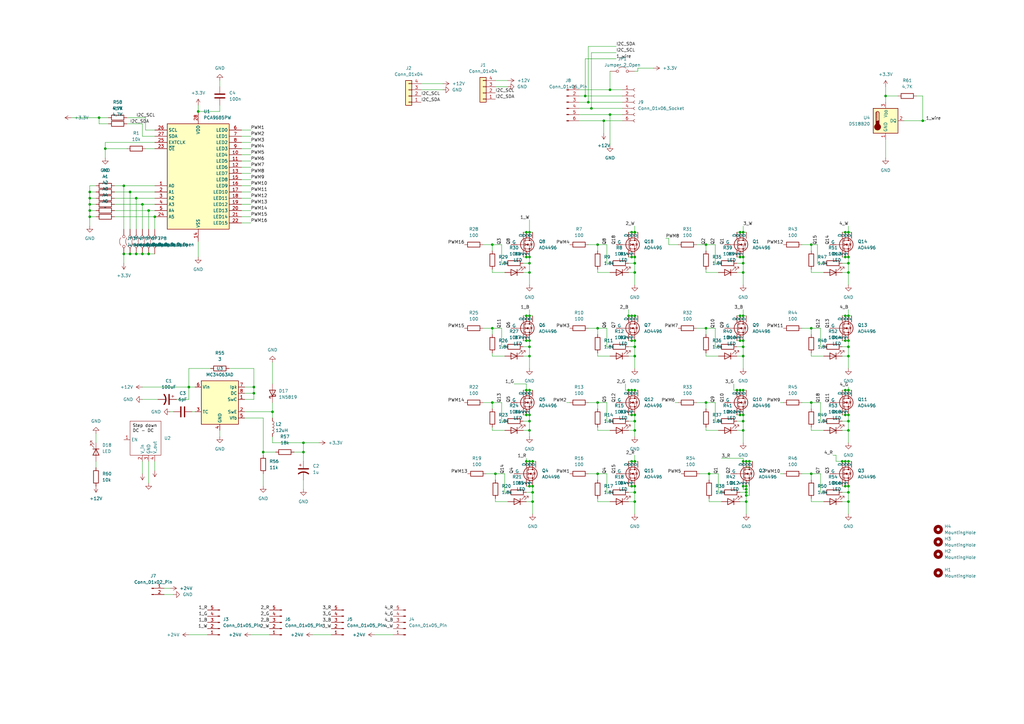
<source format=kicad_sch>
(kicad_sch (version 20231120) (generator "eeschema") (generator_version "8.0")
  (paper "A3")
  (junction (at 77.47 158.75))
  (junction (at 304.8 172.72))
  (junction (at 217.17 95.25))
  (junction (at 260.35 205.74))
  (junction (at 260.35 142.24))
  (junction (at 306.07 199.39))
  (junction (at 332.74 165.1))
  (junction (at 215.9 160.02))
  (junction (at 104.14 161.29))
  (junction (at 306.07 201.93))
  (junction (at 257.81 129.54))
  (junction (at 347.98 176.53))
  (junction (at 347.98 142.24))
  (junction (at 347.98 111.76))
  (junction (at 53.34 78.74))
  (junction (at 36.83 83.82))
  (junction (at 304.8 146.05))
  (junction (at 241.3 41.91))
  (junction (at 260.35 170.18))
  (junction (at 124.46 185.42))
  (junction (at 304.8 189.23))
  (junction (at 304.8 160.02))
  (junction (at 217.17 107.95))
  (junction (at 217.17 189.23))
  (junction (at 260.35 105.41))
  (junction (at 215.9 189.23))
  (junction (at 304.8 142.24))
  (junction (at 260.35 95.25))
  (junction (at 259.08 160.02))
  (junction (at 81.28 45.72))
  (junction (at 304.8 199.39))
  (junction (at 250.19 36.83))
  (junction (at 245.11 194.31))
  (junction (at 259.08 189.23))
  (junction (at 259.08 199.39))
  (junction (at 260.35 172.72))
  (junction (at 304.8 176.53))
  (junction (at 307.34 189.23))
  (junction (at 218.44 189.23))
  (junction (at 289.56 100.33))
  (junction (at 260.35 199.39))
  (junction (at 217.17 160.02))
  (junction (at 218.44 201.93))
  (junction (at 107.95 185.42))
  (junction (at 347.98 107.95))
  (junction (at 306.07 205.74))
  (junction (at 217.17 129.54))
  (junction (at 259.08 129.54))
  (junction (at 289.56 134.62))
  (junction (at 346.71 170.18))
  (junction (at 304.8 107.95))
  (junction (at 218.44 205.74))
  (junction (at 215.9 129.54))
  (junction (at 303.53 160.02))
  (junction (at 378.46 49.53))
  (junction (at 347.98 146.05))
  (junction (at 36.83 86.36))
  (junction (at 306.07 189.23))
  (junction (at 124.46 181.61))
  (junction (at 346.71 95.25))
  (junction (at 347.98 172.72))
  (junction (at 332.74 194.31))
  (junction (at 217.17 176.53))
  (junction (at 347.98 199.39))
  (junction (at 257.81 160.02))
  (junction (at 306.07 200.66))
  (junction (at 217.17 146.05))
  (junction (at 332.74 100.33))
  (junction (at 304.8 139.7))
  (junction (at 260.35 189.23))
  (junction (at 347.98 95.25))
  (junction (at 347.98 105.41))
  (junction (at 259.08 105.41))
  (junction (at 303.53 170.18))
  (junction (at 36.83 81.28))
  (junction (at 63.5 88.9))
  (junction (at 347.98 160.02))
  (junction (at 346.71 105.41))
  (junction (at 304.8 111.76))
  (junction (at 260.35 160.02))
  (junction (at 347.98 129.54))
  (junction (at 347.98 205.74))
  (junction (at 260.35 107.95))
  (junction (at 217.17 170.18))
  (junction (at 60.96 104.14))
  (junction (at 36.83 78.74))
  (junction (at 217.17 105.41))
  (junction (at 245.11 165.1))
  (junction (at 55.88 81.28))
  (junction (at 260.35 176.53))
  (junction (at 260.35 111.76))
  (junction (at 215.9 95.25))
  (junction (at 304.8 105.41))
  (junction (at 260.35 139.7))
  (junction (at 215.9 139.7))
  (junction (at 245.11 134.62))
  (junction (at 346.71 129.54))
  (junction (at 50.8 76.2))
  (junction (at 40.64 48.26))
  (junction (at 260.35 201.93))
  (junction (at 290.83 194.31))
  (junction (at 245.11 100.33))
  (junction (at 259.08 95.25))
  (junction (at 215.9 170.18))
  (junction (at 346.71 160.02))
  (junction (at 201.93 100.33))
  (junction (at 306.07 203.2))
  (junction (at 303.53 95.25))
  (junction (at 36.83 88.9))
  (junction (at 58.42 83.82))
  (junction (at 242.57 44.45))
  (junction (at 201.93 165.1))
  (junction (at 347.98 201.93))
  (junction (at 346.71 199.39))
  (junction (at 347.98 139.7))
  (junction (at 259.08 170.18))
  (junction (at 60.96 86.36))
  (junction (at 111.76 168.91))
  (junction (at 303.53 129.54))
  (junction (at 55.88 104.14))
  (junction (at 345.44 189.23))
  (junction (at 203.2 194.31))
  (junction (at 303.53 139.7))
  (junction (at 217.17 199.39))
  (junction (at 302.26 160.02))
  (junction (at 304.8 95.25))
  (junction (at 240.03 39.37))
  (junction (at 303.53 105.41))
  (junction (at 363.22 39.37))
  (junction (at 260.35 129.54))
  (junction (at 218.44 199.39))
  (junction (at 332.74 134.62))
  (junction (at 289.56 165.1))
  (junction (at 50.8 104.14))
  (junction (at 217.17 111.76))
  (junction (at 247.65 49.53))
  (junction (at 250.19 46.99))
  (junction (at 346.71 139.7))
  (junction (at 304.8 170.18))
  (junction (at 58.42 104.14))
  (junction (at 201.93 134.62))
  (junction (at 104.14 158.75))
  (junction (at 217.17 172.72))
  (junction (at 217.17 139.7))
  (junction (at 43.18 60.96))
  (junction (at 217.17 142.24))
  (junction (at 347.98 170.18))
  (junction (at 347.98 189.23))
  (junction (at 260.35 146.05))
  (junction (at 53.34 104.14))
  (junction (at 346.71 189.23))
  (junction (at 259.08 139.7))
  (junction (at 215.9 105.41))
  (junction (at 304.8 129.54))
  (wire (pts (xy 257.81 199.39) (xy 259.08 199.39)))
  (wire (pts (xy 52.07 48.26) (xy 59.69 48.26)))
  (wire (pts (xy 285.75 100.33) (xy 289.56 100.33)))
  (wire (pts (xy 307.34 191.77) (xy 306.07 191.77)))
  (wire (pts (xy 245.11 176.53) (xy 250.19 176.53)))
  (wire (pts (xy 347.98 176.53) (xy 347.98 181.61)))
  (wire (pts (xy 245.11 194.31) (xy 245.11 196.85)))
  (wire (pts (xy 260.35 205.74) (xy 260.35 210.82)))
  (wire (pts (xy 214.63 170.18) (xy 215.9 170.18)))
  (wire (pts (xy 60.96 104.14) (xy 63.5 104.14)))
  (wire (pts (xy 260.35 189.23) (xy 261.62 189.23)))
  (wire (pts (xy 260.35 107.95) (xy 260.35 111.76)))
  (wire (pts (xy 199.39 194.31) (xy 203.2 194.31)))
  (wire (pts (xy 337.82 201.93) (xy 336.55 201.93)))
  (wire (pts (xy 346.71 170.18) (xy 347.98 170.18)))
  (wire (pts (xy 302.26 95.25) (xy 303.53 95.25)))
  (wire (pts (xy 46.99 76.2) (xy 50.8 76.2)))
  (wire (pts (xy 260.35 95.25) (xy 261.62 95.25)))
  (wire (pts (xy 347.98 107.95) (xy 347.98 111.76)))
  (wire (pts (xy 217.17 176.53) (xy 217.17 179.07)))
  (wire (pts (xy 50.8 76.2) (xy 63.5 76.2)))
  (wire (pts (xy 214.63 95.25) (xy 215.9 95.25)))
  (wire (pts (xy 201.93 175.26) (xy 201.93 176.53)))
  (wire (pts (xy 69.85 168.91) (xy 71.12 168.91)))
  (wire (pts (xy 260.35 170.18) (xy 260.35 172.72)))
  (wire (pts (xy 252.73 19.05) (xy 241.3 19.05)))
  (wire (pts (xy 100.33 168.91) (xy 111.76 168.91)))
  (wire (pts (xy 342.9 189.23) (xy 345.44 189.23)))
  (wire (pts (xy 215.9 189.23) (xy 217.17 189.23)))
  (wire (pts (xy 205.74 100.33) (xy 205.74 107.95)))
  (wire (pts (xy 328.93 100.33) (xy 332.74 100.33)))
  (wire (pts (xy 307.34 203.2) (xy 306.07 203.2)))
  (wire (pts (xy 203.2 194.31) (xy 203.2 196.85)))
  (wire (pts (xy 107.95 171.45) (xy 107.95 185.42)))
  (wire (pts (xy 289.56 110.49) (xy 289.56 111.76)))
  (wire (pts (xy 347.98 105.41) (xy 347.98 107.95)))
  (wire (pts (xy 214.63 146.05) (xy 217.17 146.05)))
  (wire (pts (xy 201.93 111.76) (xy 207.01 111.76)))
  (wire (pts (xy 245.11 194.31) (xy 248.92 194.31)))
  (wire (pts (xy 363.22 35.56) (xy 363.22 39.37)))
  (wire (pts (xy 203.2 35.56) (xy 208.28 35.56)))
  (wire (pts (xy 245.11 165.1) (xy 248.92 165.1)))
  (wire (pts (xy 111.76 179.07) (xy 111.76 181.61)))
  (wire (pts (xy 201.93 134.62) (xy 205.74 134.62)))
  (wire (pts (xy 237.49 46.99) (xy 250.19 46.99)))
  (wire (pts (xy 303.53 105.41) (xy 304.8 105.41)))
  (wire (pts (xy 302.26 142.24) (xy 304.8 142.24)))
  (wire (pts (xy 302.26 170.18) (xy 303.53 170.18)))
  (wire (pts (xy 257.81 160.02) (xy 259.08 160.02)))
  (wire (pts (xy 218.44 205.74) (xy 218.44 210.82)))
  (wire (pts (xy 378.46 49.53) (xy 379.73 49.53)))
  (wire (pts (xy 58.42 189.23) (xy 58.42 194.31)))
  (wire (pts (xy 203.2 205.74) (xy 208.28 205.74)))
  (wire (pts (xy 368.3 39.37) (xy 363.22 39.37)))
  (wire (pts (xy 303.53 160.02) (xy 304.8 160.02)))
  (wire (pts (xy 300.99 157.48) (xy 300.99 160.02)))
  (wire (pts (xy 346.71 199.39) (xy 347.98 199.39)))
  (wire (pts (xy 55.88 81.28) (xy 63.5 81.28)))
  (wire (pts (xy 36.83 81.28) (xy 36.83 83.82)))
  (wire (pts (xy 241.3 19.05) (xy 241.3 41.91)))
  (wire (pts (xy 217.17 199.39) (xy 218.44 199.39)))
  (wire (pts (xy 260.35 146.05) (xy 260.35 151.13)))
  (wire (pts (xy 208.28 201.93) (xy 207.01 201.93)))
  (wire (pts (xy 332.74 194.31) (xy 332.74 196.85)))
  (wire (pts (xy 172.72 36.83) (xy 181.61 36.83)))
  (wire (pts (xy 363.22 57.15) (xy 363.22 64.77)))
  (wire (pts (xy 302.26 172.72) (xy 304.8 172.72)))
  (wire (pts (xy 375.92 39.37) (xy 378.46 39.37)))
  (wire (pts (xy 50.8 104.14) (xy 53.34 104.14)))
  (wire (pts (xy 90.17 33.02) (xy 90.17 35.56)))
  (wire (pts (xy 257.81 176.53) (xy 260.35 176.53)))
  (wire (pts (xy 245.11 134.62) (xy 248.92 134.62)))
  (wire (pts (xy 332.74 146.05) (xy 337.82 146.05)))
  (wire (pts (xy 250.19 142.24) (xy 248.92 142.24)))
  (wire (pts (xy 332.74 111.76) (xy 337.82 111.76)))
  (wire (pts (xy 260.35 160.02) (xy 261.62 160.02)))
  (wire (pts (xy 59.69 48.26) (xy 59.69 53.34)))
  (wire (pts (xy 214.63 107.95) (xy 217.17 107.95)))
  (wire (pts (xy 237.49 49.53) (xy 247.65 49.53)))
  (wire (pts (xy 259.08 95.25) (xy 260.35 95.25)))
  (wire (pts (xy 55.88 81.28) (xy 55.88 93.98)))
  (wire (pts (xy 250.19 29.21) (xy 250.19 36.83)))
  (wire (pts (xy 215.9 199.39) (xy 217.17 199.39)))
  (wire (pts (xy 303.53 170.18) (xy 304.8 170.18)))
  (wire (pts (xy 217.17 129.54) (xy 218.44 129.54)))
  (wire (pts (xy 53.34 104.14) (xy 55.88 104.14)))
  (wire (pts (xy 104.14 163.83) (xy 104.14 161.29)))
  (wire (pts (xy 304.8 172.72) (xy 304.8 176.53)))
  (wire (pts (xy 207.01 142.24) (xy 205.74 142.24)))
  (wire (pts (xy 77.47 260.35) (xy 85.09 260.35)))
  (wire (pts (xy 102.87 83.82) (xy 99.06 83.82)))
  (wire (pts (xy 332.74 134.62) (xy 332.74 137.16)))
  (wire (pts (xy 107.95 185.42) (xy 113.03 185.42)))
  (wire (pts (xy 63.5 88.9) (xy 63.5 93.98)))
  (wire (pts (xy 306.07 203.2) (xy 306.07 205.74)))
  (wire (pts (xy 36.83 86.36) (xy 36.83 88.9)))
  (wire (pts (xy 289.56 165.1) (xy 289.56 167.64)))
  (wire (pts (xy 104.14 158.75) (xy 104.14 161.29)))
  (wire (pts (xy 43.18 58.42) (xy 43.18 60.96)))
  (wire (pts (xy 247.65 49.53) (xy 247.65 54.61)))
  (wire (pts (xy 289.56 146.05) (xy 294.64 146.05)))
  (wire (pts (xy 260.35 176.53) (xy 260.35 179.07)))
  (wire (pts (xy 72.39 163.83) (xy 77.47 163.83)))
  (wire (pts (xy 245.11 205.74) (xy 250.19 205.74)))
  (wire (pts (xy 128.27 260.35) (xy 135.89 260.35)))
  (wire (pts (xy 347.98 127) (xy 347.98 129.54)))
  (wire (pts (xy 260.35 172.72) (xy 260.35 176.53)))
  (wire (pts (xy 345.44 111.76) (xy 347.98 111.76)))
  (wire (pts (xy 304.8 127) (xy 304.8 129.54)))
  (wire (pts (xy 104.14 161.29) (xy 100.33 161.29)))
  (wire (pts (xy 303.53 129.54) (xy 304.8 129.54)))
  (wire (pts (xy 46.99 88.9) (xy 63.5 88.9)))
  (wire (pts (xy 289.56 134.62) (xy 293.37 134.62)))
  (wire (pts (xy 124.46 185.42) (xy 124.46 181.61)))
  (wire (pts (xy 214.63 111.76) (xy 217.17 111.76)))
  (wire (pts (xy 302.26 146.05) (xy 304.8 146.05)))
  (wire (pts (xy 347.98 199.39) (xy 347.98 201.93)))
  (wire (pts (xy 248.92 165.1) (xy 248.92 172.72)))
  (wire (pts (xy 214.63 142.24) (xy 217.17 142.24)))
  (wire (pts (xy 198.12 134.62) (xy 201.93 134.62)))
  (wire (pts (xy 58.42 83.82) (xy 58.42 93.98)))
  (wire (pts (xy 203.2 194.31) (xy 207.01 194.31)))
  (wire (pts (xy 294.64 194.31) (xy 294.64 201.93)))
  (wire (pts (xy 294.64 142.24) (xy 293.37 142.24)))
  (wire (pts (xy 59.69 53.34) (xy 63.5 53.34)))
  (wire (pts (xy 201.93 144.78) (xy 201.93 146.05)))
  (wire (pts (xy 217.17 172.72) (xy 217.17 176.53)))
  (wire (pts (xy 302.26 139.7) (xy 303.53 139.7)))
  (wire (pts (xy 347.98 146.05) (xy 347.98 151.13)))
  (wire (pts (xy 217.17 111.76) (xy 217.17 116.84)))
  (wire (pts (xy 304.8 170.18) (xy 304.8 172.72)))
  (wire (pts (xy 104.14 151.13) (xy 104.14 158.75)))
  (wire (pts (xy 217.17 127) (xy 217.17 129.54)))
  (wire (pts (xy 276.86 165.1) (xy 278.13 165.1)))
  (wire (pts (xy 285.75 165.1) (xy 289.56 165.1)))
  (wire (pts (xy 307.34 199.39) (xy 307.34 203.2)))
  (wire (pts (xy 346.71 105.41) (xy 347.98 105.41)))
  (wire (pts (xy 345.44 189.23) (xy 346.71 189.23)))
  (wire (pts (xy 102.87 68.58) (xy 99.06 68.58)))
  (wire (pts (xy 261.62 27.94) (xy 267.97 27.94)))
  (wire (pts (xy 214.63 176.53) (xy 217.17 176.53)))
  (wire (pts (xy 290.83 205.74) (xy 295.91 205.74)))
  (wire (pts (xy 304.8 200.66) (xy 304.8 199.39)))
  (wire (pts (xy 345.44 205.74) (xy 347.98 205.74)))
  (wire (pts (xy 332.74 165.1) (xy 332.74 167.64)))
  (wire (pts (xy 332.74 100.33) (xy 332.74 102.87)))
  (wire (pts (xy 347.98 139.7) (xy 347.98 142.24)))
  (wire (pts (xy 257.81 105.41) (xy 259.08 105.41)))
  (wire (pts (xy 274.32 100.33) (xy 278.13 100.33)))
  (wire (pts (xy 345.44 129.54) (xy 346.71 129.54)))
  (wire (pts (xy 39.37 83.82) (xy 36.83 83.82)))
  (wire (pts (xy 245.11 110.49) (xy 245.11 111.76)))
  (wire (pts (xy 342.9 186.69) (xy 342.9 189.23)))
  (wire (pts (xy 293.37 134.62) (xy 293.37 142.24)))
  (wire (pts (xy 214.63 139.7) (xy 215.9 139.7)))
  (wire (pts (xy 245.11 175.26) (xy 245.11 176.53)))
  (wire (pts (xy 303.53 95.25) (xy 304.8 95.25)))
  (wire (pts (xy 345.44 170.18) (xy 346.71 170.18)))
  (wire (pts (xy 39.37 177.8) (xy 39.37 181.61)))
  (wire (pts (xy 81.28 45.72) (xy 90.17 45.72)))
  (wire (pts (xy 250.19 172.72) (xy 248.92 172.72)))
  (wire (pts (xy 304.8 111.76) (xy 304.8 116.84)))
  (wire (pts (xy 100.33 158.75) (xy 104.14 158.75)))
  (wire (pts (xy 172.72 34.29) (xy 181.61 34.29)))
  (wire (pts (xy 257.81 107.95) (xy 260.35 107.95)))
  (wire (pts (xy 245.11 111.76) (xy 250.19 111.76)))
  (wire (pts (xy 55.88 104.14) (xy 58.42 104.14)))
  (wire (pts (xy 53.34 78.74) (xy 53.34 93.98)))
  (wire (pts (xy 248.92 194.31) (xy 248.92 201.93)))
  (wire (pts (xy 304.8 142.24) (xy 304.8 146.05)))
  (wire (pts (xy 218.44 201.93) (xy 218.44 205.74)))
  (wire (pts (xy 203.2 204.47) (xy 203.2 205.74)))
  (wire (pts (xy 289.56 100.33) (xy 293.37 100.33)))
  (wire (pts (xy 237.49 39.37) (xy 240.03 39.37)))
  (wire (pts (xy 260.35 199.39) (xy 260.35 201.93)))
  (wire (pts (xy 250.19 46.99) (xy 250.19 59.69)))
  (wire (pts (xy 345.44 107.95) (xy 347.98 107.95)))
  (wire (pts (xy 102.87 78.74) (xy 99.06 78.74)))
  (wire (pts (xy 336.55 194.31) (xy 336.55 201.93)))
  (wire (pts (xy 295.91 187.96) (xy 304.8 187.96)))
  (wire (pts (xy 341.63 186.69) (xy 342.9 186.69)))
  (wire (pts (xy 241.3 134.62) (xy 245.11 134.62)))
  (wire (pts (xy 345.44 105.41) (xy 346.71 105.41)))
  (wire (pts (xy 46.99 78.74) (xy 53.34 78.74)))
  (wire (pts (xy 40.64 48.26) (xy 44.45 48.26)))
  (wire (pts (xy 241.3 41.91) (xy 255.27 41.91)))
  (wire (pts (xy 257.81 170.18) (xy 259.08 170.18)))
  (wire (pts (xy 332.74 176.53) (xy 337.82 176.53)))
  (wire (pts (xy 240.03 24.13) (xy 240.03 39.37)))
  (wire (pts (xy 60.96 86.36) (xy 60.96 93.98)))
  (wire (pts (xy 67.31 241.3) (xy 69.85 241.3)))
  (wire (pts (xy 102.87 58.42) (xy 99.06 58.42)))
  (wire (pts (xy 378.46 39.37) (xy 378.46 49.53)))
  (wire (pts (xy 201.93 146.05) (xy 207.01 146.05)))
  (wire (pts (xy 39.37 81.28) (xy 36.83 81.28)))
  (wire (pts (xy 218.44 199.39) (xy 218.44 201.93)))
  (wire (pts (xy 261.62 29.21) (xy 261.62 27.94)))
  (wire (pts (xy 215.9 129.54) (xy 217.17 129.54)))
  (wire (pts (xy 111.76 148.59) (xy 111.76 157.48)))
  (wire (pts (xy 78.74 168.91) (xy 80.01 168.91)))
  (wire (pts (xy 100.33 171.45) (xy 107.95 171.45)))
  (wire (pts (xy 259.08 129.54) (xy 260.35 129.54)))
  (wire (pts (xy 345.44 199.39) (xy 346.71 199.39)))
  (wire (pts (xy 218.44 189.23) (xy 219.71 189.23)))
  (wire (pts (xy 257.81 146.05) (xy 260.35 146.05)))
  (wire (pts (xy 306.07 191.77) (xy 306.07 189.23)))
  (wire (pts (xy 198.12 100.33) (xy 201.93 100.33)))
  (wire (pts (xy 215.9 201.93) (xy 218.44 201.93)))
  (wire (pts (xy 290.83 194.31) (xy 294.64 194.31)))
  (wire (pts (xy 217.17 105.41) (xy 217.17 107.95)))
  (wire (pts (xy 260.35 105.41) (xy 260.35 107.95)))
  (wire (pts (xy 245.11 100.33) (xy 245.11 102.87)))
  (wire (pts (xy 58.42 158.75) (xy 77.47 158.75)))
  (wire (pts (xy 257.81 205.74) (xy 260.35 205.74)))
  (wire (pts (xy 304.8 129.54) (xy 306.07 129.54)))
  (wire (pts (xy 370.84 49.53) (xy 378.46 49.53)))
  (wire (pts (xy 43.18 60.96) (xy 43.18 64.77)))
  (wire (pts (xy 336.55 165.1) (xy 336.55 172.72)))
  (wire (pts (xy 302.26 160.02) (xy 303.53 160.02)))
  (wire (pts (xy 332.74 134.62) (xy 336.55 134.62)))
  (wire (pts (xy 328.93 134.62) (xy 332.74 134.62)))
  (wire (pts (xy 63.5 189.23) (xy 63.5 193.04)))
  (wire (pts (xy 201.93 165.1) (xy 205.74 165.1)))
  (wire (pts (xy 215.9 160.02) (xy 217.17 160.02)))
  (wire (pts (xy 307.34 189.23) (xy 308.61 189.23)))
  (wire (pts (xy 207.01 107.95) (xy 205.74 107.95)))
  (wire (pts (xy 102.87 60.96) (xy 99.06 60.96)))
  (wire (pts (xy 260.35 201.93) (xy 260.35 205.74)))
  (wire (pts (xy 307.34 189.23) (xy 307.34 191.77)))
  (wire (pts (xy 295.91 201.93) (xy 294.64 201.93)))
  (wire (pts (xy 302.26 107.95) (xy 304.8 107.95)))
  (wire (pts (xy 81.28 99.06) (xy 81.28 105.41)))
  (wire (pts (xy 335.28 107.95) (xy 337.82 107.95)))
  (wire (pts (xy 102.87 86.36) (xy 99.06 86.36)))
  (wire (pts (xy 260.35 129.54) (xy 261.62 129.54)))
  (wire (pts (xy 237.49 44.45) (xy 242.57 44.45)))
  (wire (pts (xy 58.42 104.14) (xy 60.96 104.14)))
  (wire (pts (xy 347.98 95.25) (xy 349.25 95.25)))
  (wire (pts (xy 215.9 205.74) (xy 218.44 205.74)))
  (wire (pts (xy 217.17 90.17) (xy 217.17 95.25)))
  (wire (pts (xy 102.87 66.04) (xy 99.06 66.04)))
  (wire (pts (xy 300.99 160.02) (xy 302.26 160.02)))
  (wire (pts (xy 153.67 260.35) (xy 161.29 260.35)))
  (wire (pts (xy 257.81 201.93) (xy 260.35 201.93)))
  (wire (pts (xy 285.75 134.62) (xy 289.56 134.62)))
  (wire (pts (xy 102.87 81.28) (xy 99.06 81.28)))
  (wire (pts (xy 46.99 81.28) (xy 55.88 81.28)))
  (wire (pts (xy 260.35 29.21) (xy 261.62 29.21)))
  (wire (pts (xy 217.17 160.02) (xy 218.44 160.02)))
  (wire (pts (xy 36.83 78.74) (xy 36.83 81.28)))
  (wire (pts (xy 332.74 204.47) (xy 332.74 205.74)))
  (wire (pts (xy 214.63 172.72) (xy 217.17 172.72)))
  (wire (pts (xy 58.42 55.88) (xy 63.5 55.88)))
  (wire (pts (xy 237.49 36.83) (xy 250.19 36.83)))
  (wire (pts (xy 347.98 158.75) (xy 347.98 160.02)))
  (wire (pts (xy 120.65 185.42) (xy 124.46 185.42)))
  (wire (pts (xy 217.17 107.95) (xy 217.17 111.76)))
  (wire (pts (xy 107.95 194.31) (xy 107.95 199.39)))
  (wire (pts (xy 304.8 107.95) (xy 304.8 111.76)))
  (wire (pts (xy 40.64 50.8) (xy 40.64 48.26)))
  (wire (pts (xy 259.08 160.02) (xy 260.35 160.02)))
  (wire (pts (xy 53.34 78.74) (xy 63.5 78.74)))
  (wire (pts (xy 63.5 58.42) (xy 43.18 58.42)))
  (wire (pts (xy 345.44 146.05) (xy 347.98 146.05)))
  (wire (pts (xy 59.69 60.96) (xy 63.5 60.96)))
  (wire (pts (xy 102.87 260.35) (xy 110.49 260.35)))
  (wire (pts (xy 245.11 100.33) (xy 248.92 100.33)))
  (wire (pts (xy 124.46 185.42) (xy 124.46 189.23)))
  (wire (pts (xy 237.49 41.91) (xy 241.3 41.91)))
  (wire (pts (xy 328.93 194.31) (xy 332.74 194.31)))
  (wire (pts (xy 46.99 86.36) (xy 60.96 86.36)))
  (wire (pts (xy 90.17 176.53) (xy 90.17 179.07)))
  (wire (pts (xy 332.74 110.49) (xy 332.74 111.76)))
  (wire (pts (xy 347.98 129.54) (xy 349.25 129.54)))
  (wire (pts (xy 289.56 100.33) (xy 289.56 102.87)))
  (wire (pts (xy 215.9 95.25) (xy 217.17 95.25)))
  (wire (pts (xy 293.37 100.33) (xy 293.37 107.95)))
  (wire (pts (xy 290.83 204.47) (xy 290.83 205.74)))
  (wire (pts (xy 201.93 176.53) (xy 207.01 176.53)))
  (wire (pts (xy 245.11 165.1) (xy 245.11 167.64)))
  (wire (pts (xy 124.46 196.85) (xy 124.46 200.66)))
  (wire (pts (xy 39.37 76.2) (xy 36.83 76.2)))
  (wire (pts (xy 303.53 205.74) (xy 306.07 205.74)))
  (wire (pts (xy 100.33 163.83) (xy 104.14 163.83)))
  (wire (pts (xy 86.36 151.13) (xy 77.47 151.13)))
  (wire (pts (xy 39.37 78.74) (xy 36.83 78.74)))
  (wire (pts (xy 111.76 181.61) (xy 124.46 181.61)))
  (wire (pts (xy 273.05 97.79) (xy 274.32 97.79)))
  (wire (pts (xy 232.41 165.1) (xy 233.68 165.1)))
  (wire (pts (xy 303.53 201.93) (xy 306.07 201.93)))
  (wire (pts (xy 39.37 86.36) (xy 36.83 86.36)))
  (wire (pts (xy 198.12 165.1) (xy 201.93 165.1)))
  (wire (pts (xy 43.18 60.96) (xy 52.07 60.96)))
  (wire (pts (xy 77.47 163.83) (xy 77.47 158.75)))
  (wire (pts (xy 332.74 144.78) (xy 332.74 146.05)))
  (wire (pts (xy 205.74 165.1) (xy 205.74 172.72)))
  (wire (pts (xy 217.17 146.05) (xy 217.17 151.13)))
  (wire (pts (xy 347.98 160.02) (xy 349.25 160.02)))
  (wire (pts (xy 335.28 100.33) (xy 335.28 107.95)))
  (wire (pts (xy 345.44 176.53) (xy 347.98 176.53)))
  (wire (pts (xy 210.82 157.48) (xy 215.9 157.48)))
  (wire (pts (xy 289.56 144.78) (xy 289.56 146.05)))
  (wire (pts (xy 289.56 175.26) (xy 289.56 176.53)))
  (wire (pts (xy 306.07 200.66) (xy 306.07 199.39)))
  (wire (pts (xy 245.11 134.62) (xy 245.11 137.16)))
  (wire (pts (xy 36.83 76.2) (xy 36.83 78.74)))
  (wire (pts (xy 214.63 129.54) (xy 215.9 129.54)))
  (wire (pts (xy 102.87 63.5) (xy 99.06 63.5)))
  (wire (pts (xy 217.17 170.18) (xy 217.17 172.72)))
  (wire (pts (xy 345.44 160.02) (xy 346.71 160.02)))
  (wire (pts (xy 217.17 189.23) (xy 218.44 189.23)))
  (wire (pts (xy 304.8 146.05) (xy 304.8 151.13)))
  (wire (pts (xy 36.83 88.9) (xy 36.83 92.71)))
  (wire (pts (xy 77.47 151.13) (xy 77.47 158.75)))
  (wire (pts (xy 304.8 95.25) (xy 306.07 95.25)))
  (wire (pts (xy 260.35 92.71) (xy 260.35 95.25)))
  (wire (pts (xy 259.08 105.41) (xy 260.35 105.41)))
  (wire (pts (xy 205.74 134.62) (xy 205.74 142.24)))
  (wire (pts (xy 124.46 181.61) (xy 130.81 181.61)))
  (wire (pts (xy 320.04 165.1) (xy 321.31 165.1)))
  (wire (pts (xy 257.81 111.76) (xy 260.35 111.76)))
  (wire (pts (xy 58.42 50.8) (xy 58.42 55.88)))
  (wire (pts (xy 306.07 189.23) (xy 304.8 189.23)))
  (wire (pts (xy 111.76 168.91) (xy 111.76 171.45)))
  (wire (pts (xy 332.74 165.1) (xy 336.55 165.1)))
  (wire (pts (xy 328.93 165.1) (xy 332.74 165.1)))
  (wire (pts (xy 102.87 55.88) (xy 99.06 55.88)))
  (wire (pts (xy 93.98 151.13) (xy 104.14 151.13)))
  (wire (pts (xy 332.74 194.31) (xy 336.55 194.31)))
  (wire (pts (xy 111.76 165.1) (xy 111.76 168.91)))
  (wire (pts (xy 347.98 201.93) (xy 347.98 205.74)))
  (wire (pts (xy 304.8 199.39) (xy 306.07 199.39)))
  (wire (pts (xy 250.19 36.83) (xy 255.27 36.83)))
  (wire (pts (xy 250.19 46.99) (xy 255.27 46.99)))
  (wire (pts (xy 46.99 83.82) (xy 58.42 83.82)))
  (wire (pts (xy 201.93 134.62) (xy 201.93 137.16)))
  (wire (pts (xy 306.07 203.2) (xy 306.07 201.93)))
  (wire (pts (xy 207.01 172.72) (xy 205.74 172.72)))
  (wire (pts (xy 260.35 189.23) (xy 259.08 189.23)))
  (wire (pts (xy 241.3 100.33) (xy 245.11 100.33)))
  (wire (pts (xy 36.83 83.82) (xy 36.83 86.36)))
  (wire (pts (xy 347.98 172.72) (xy 347.98 176.53)))
  (wire (pts (xy 347.98 111.76) (xy 347.98 116.84)))
  (wire (pts (xy 347.98 170.18) (xy 347.98 172.72)))
  (wire (pts (xy 241.3 165.1) (xy 245.11 165.1)))
  (wire (pts (xy 248.92 100.33) (xy 248.92 107.95)))
  (wire (pts (xy 302.26 176.53) (xy 304.8 176.53)))
  (wire (pts (xy 247.65 49.53) (xy 255.27 49.53)))
  (wire (pts (xy 306.07 200.66) (xy 304.8 200.66)))
  (wire (pts (xy 102.87 53.34) (xy 99.06 53.34)))
  (wire (pts (xy 260.35 111.76) (xy 260.35 116.84)))
  (wire (pts (xy 337.82 142.24) (xy 336.55 142.24)))
  (wire (pts (xy 304.8 139.7) (xy 304.8 142.24)))
  (wire (pts (xy 250.19 201.93) (xy 248.92 201.93)))
  (wire (pts (xy 242.57 44.45) (xy 255.27 44.45)))
  (wire (pts (xy 347.98 142.24) (xy 347.98 146.05)))
  (wire (pts (xy 346.71 95.25) (xy 347.98 95.25)))
  (wire (pts (xy 217.17 142.24) (xy 217.17 146.05)))
  (wire (pts (xy 302.26 129.54) (xy 303.53 129.54)))
  (wire (pts (xy 346.71 160.02) (xy 347.98 160.02)))
  (wire (pts (xy 306.07 205.74) (xy 306.07 210.82)))
  (wire (pts (xy 304.8 105.41) (xy 304.8 107.95)))
  (wire (pts (xy 102.87 73.66) (xy 99.06 73.66)))
  (wire (pts (xy 259.08 170.18) (xy 260.35 170.18)))
  (wire (pts (xy 290.83 194.31) (xy 290.83 196.85)))
  (wire (pts (xy 289.56 165.1) (xy 293.37 165.1)))
  (wire (pts (xy 302.26 111.76) (xy 304.8 111.76)))
  (wire (pts (xy 347.98 92.71) (xy 347.98 95.25)))
  (wire (pts (xy 60.96 86.36) (xy 63.5 86.36)))
  (wire (pts (xy 245.11 204.47) (xy 245.11 205.74)))
  (wire (pts (xy 260.35 139.7) (xy 260.35 142.24)))
  (wire (pts (xy 304.8 187.96) (xy 304.8 189.23)))
  (wire (pts (xy 217.17 139.7) (xy 217.17 142.24)))
  (wire (pts (xy 259.08 139.7) (xy 260.35 139.7)))
  (wire (pts (xy 345.44 201.93) (xy 347.98 201.93)))
  (wire (pts (xy 215.9 105.41) (xy 217.17 105.41)))
  (wire (pts (xy 303.53 139.7) (xy 304.8 139.7)))
  (wire (pts (xy 363.22 39.37) (xy 363.22 41.91)))
  (wire (pts (xy 102.87 71.12) (xy 99.06 71.12)))
  (wire (pts (xy 302.26 105.41) (xy 303.53 105.41)))
  (wire (pts (xy 294.64 172.72) (xy 293.37 172.72)))
  (wire (pts (xy 346.71 129.54) (xy 347.98 129.54)))
  (wire (pts (xy 257.81 172.72) (xy 260.35 172.72)))
  (wire (pts (xy 81.28 43.18) (xy 81.28 45.72)))
  (wire (pts (xy 347.98 189.23) (xy 349.25 189.23)))
  (wire (pts (xy 29.21 48.26) (xy 40.64 48.26)))
  (wire (pts (xy 214.63 160.02) (xy 215.9 160.02)))
  (wire (pts (xy 203.2 33.02) (xy 208.28 33.02)))
  (wire (pts (xy 207.01 194.31) (xy 207.01 201.93)))
  (wire (pts (xy 201.93 165.1) (xy 201.93 167.64)))
  (wire (pts (xy 332.74 100.33) (xy 335.28 100.33)))
  (wire (pts (xy 257.81 129.54) (xy 259.08 129.54)))
  (wire (pts (xy 58.42 163.83) (xy 64.77 163.83)))
  (wire (pts (xy 201.93 100.33) (xy 205.74 100.33)))
  (wire (pts (xy 346.71 139.7) (xy 347.98 139.7)))
  (wire (pts (xy 107.95 185.42) (xy 107.95 186.69)))
  (wire (pts (xy 294.64 107.95) (xy 293.37 107.95)))
  (wire (pts (xy 102.87 88.9) (xy 99.06 88.9)))
  (wire (pts (xy 304.8 176.53) (xy 304.8 181.61)))
  (wire (pts (xy 39.37 189.23) (xy 39.37 191.77)))
  (wire (pts (xy 50.8 76.2) (xy 50.8 93.98)))
  (wire (pts (xy 260.35 186.69) (xy 260.35 189.23)))
  (wire (pts (xy 250.19 107.95) (xy 248.92 107.95)))
  (wire (pts (xy 252.73 24.13) (xy 240.03 24.13)))
  (wire (pts (xy 337.82 172.72) (xy 336.55 172.72)))
  (wire (pts (xy 332.74 205.74) (xy 337.82 205.74)))
  (wire (pts (xy 332.74 175.26) (xy 332.74 176.53)))
  (wire (pts (xy 257.81 127) (xy 257.81 129.54)))
  (wire (pts (xy 260.35 142.24) (xy 260.35 146.05)))
  (wire (pts (xy 241.3 194.31) (xy 245.11 194.31)))
  (wire (pts (xy 304.8 92.71) (xy 304.8 95.25)))
  (wire (pts (xy 274.32 97.79) (xy 274.32 100.33)))
  (wire (pts (xy 252.73 21.59) (xy 242.57 21.59)))
  (wire (pts (xy 345.44 142.24) (xy 347.98 142.24)))
  (wire (pts (xy 257.81 139.7) (xy 259.08 139.7)))
  (wire (pts (xy 242.57 21.59) (xy 242.57 44.45)))
  (wire (pts (xy 304.8 160.02) (xy 306.07 160.02)))
  (wire (pts (xy 320.04 194.31) (xy 321.31 194.31)))
  (wire (pts (xy 259.08 199.39) (xy 260.35 199.39)))
  (wire (pts (xy 102.87 76.2) (xy 99.06 76.2)))
  (wire (pts (xy 214.63 105.41) (xy 215.9 105.41)))
  (wire (pts (xy 257.81 95.25) (xy 259.08 95.25)))
  (wire (pts (xy 248.92 134.62) (xy 248.92 142.24)))
  (wire (pts (xy 345.44 172.72) (xy 347.98 172.72)))
  (wire (pts (xy 306.07 189.23) (xy 307.34 189.23)))
  (wire (pts (xy 336.55 134.62) (xy 336.55 142.24)))
  (wire (pts (xy 215.9 170.18) (xy 217.17 170.18)))
  (wire (pts (xy 245.11 144.78) (xy 245.11 146.05)))
  (wire (pts (xy 346.71 189.23) (xy 347.98 189.23)))
  (wire (pts (xy 60.96 189.23) (xy 60.96 198.12)))
  (wire (pts (xy 256.54 160.02) (xy 257.81 160.02)))
  (wire (pts (xy 77.47 158.75) (xy 80.01 158.75)))
  (wire (pts (xy 50.8 104.14) (xy 50.8 107.95)))
  (wire (pts (xy 256.54 157.48) (xy 256.54 160.02)))
  (wire (pts (xy 306.07 201.93) (xy 306.07 200.66)))
  (wire (pts (xy 287.02 194.31) (xy 290.83 194.31)))
  (wire (pts (xy 215.9 139.7) (xy 217.17 139.7)))
  (wire (pts (xy 345.44 95.25) (xy 346.71 95.25)))
  (wire (pts (xy 215.9 157.48) (xy 215.9 160.02)))
  (wire (pts (xy 90.17 43.18) (xy 90.17 45.72)))
  (wire (pts (xy 289.56 111.76) (xy 294.64 111.76)))
  (wire (pts (xy 240.03 39.37) (xy 255.27 39.37)))
  (wire (pts (xy 289.56 176.53) (xy 294.64 176.53)))
  (wire (pts (xy 39.37 88.9) (xy 36.83 88.9)))
  (wire (pts (xy 345.44 139.7) (xy 346.71 139.7)))
  (wire (pts (xy 293.37 165.1) (xy 293.37 172.72)))
  (wire (pts (xy 58.42 83.82) (xy 63.5 83.82)))
  (wire (pts (xy 257.81 189.23) (xy 259.08 189.23)))
  (wire (pts (xy 347.98 205.74) (xy 347.98 210.82)))
  (wire (pts (xy 67.31 243.84) (xy 71.12 243.84)))
  (wire (pts (xy 289.56 134.62) (xy 289.56 137.16)))
  (wire (pts (xy 52.07 50.8) (xy 58.42 50.8)))
  (wire (pts (xy 217.17 95.25) (xy 218.44 95.25)))
  (wire (pts (xy 245.11 146.05) (xy 250.19 146.05)))
  (wire (pts (xy 215.9 187.96) (xy 215.9 189.23)))
  (wire (pts (xy 201.93 110.49) (xy 201.93 111.76)))
  (wire (pts (xy 257.81 142.24) (xy 260.35 142.24)))
  (wire (pts (xy 44.45 50.8) (xy 40.64 50.8)))
  (wire (pts (xy 102.87 91.44) (xy 99.06 91.44)))
  (wire (pts (xy 201.93 100.33) (xy 201.93 102.87)))
  (label "Q1" (at 297.18 100.33 90))
  (label "2_B" (at 110.49 255.27 180))
  (label "4_B" (at 347.98 127 180))
  (label "4_G" (at 347.98 158.75 180))
  (label "2_W" (at 110.49 257.81 180))
  (label "PWM15" (at 102.87 88.9 0))
  (label "PWM9" (at 320.04 165.1 180))
  (label "Q2" (at 289.56 100.33 90))
  (label "Q5" (at 209.55 165.1 90))
  (label "Q14" (at 207.01 194.31 90))
  (label "4_B" (at 161.29 255.27 180))
  (label "I2C_SCL" (at 203.2 38.1 0))
  (label "Q11" (at 340.36 165.1 90))
  (label "I2C_SDA" (at 172.72 41.91 0))
  (label "Q15" (at 252.73 194.31 90))
  (label "PWM11" (at 102.87 78.74 0))
  (label "Q12" (at 252.73 165.1 90))
  (label "3_R" (at 295.91 187.96 0))
  (label "I2C_SCL" (at 55.88 48.26 0))
  (label "PWM12" (at 321.31 100.33 180))
  (label "PWM3" (at 233.68 134.62 180))
  (label "1_W" (at 85.09 257.81 180))
  (label "I2C_SCL" (at 252.73 21.59 0))
  (label "PWM4" (at 102.87 60.96 0))
  (label "Q13" (at 340.36 134.62 90))
  (label "3_B" (at 135.89 255.27 180))
  (label "1_wire" (at 252.73 24.13 0))
  (label "4_W" (at 161.29 257.81 180))
  (label "PWM1" (at 233.68 194.31 180))
  (label "PWM13" (at 102.87 83.82 0))
  (label "PWM7" (at 278.13 134.62 180))
  (label "3_W" (at 135.89 257.81 180))
  (label "Q18" (at 252.73 100.33 90))
  (label "Q11" (at 205.74 134.62 90))
  (label "3_R" (at 135.89 250.19 180))
  (label "Q4" (at 210.82 194.31 90))
  (label "Q3" (at 205.74 100.33 90))
  (label "4_R" (at 161.29 250.19 180))
  (label "PWM11" (at 321.31 134.62 180))
  (label "PWM5" (at 279.4 194.31 180))
  (label "2_R" (at 110.49 250.19 180))
  (label "PWM14" (at 190.5 165.1 180))
  (label "Q18" (at 336.55 165.1 90))
  (label "Q1" (at 294.64 194.31 90))
  (label "PWM2" (at 102.87 55.88 0))
  (label "PWM2" (at 232.41 165.1 180))
  (label "Q7" (at 252.73 134.62 90))
  (label "4_G" (at 161.29 252.73 180))
  (label "Q10" (at 297.18 165.1 90))
  (label "4_R" (at 341.63 186.69 180))
  (label "2_W" (at 260.35 92.71 180))
  (label "2_B" (at 257.81 127 180))
  (label "Q9" (at 297.18 134.62 90))
  (label "1_G" (at 85.09 252.73 180))
  (label "PWM16" (at 190.5 100.33 180))
  (label "PWM10" (at 320.04 194.31 180))
  (label "1_W" (at 217.17 90.17 180))
  (label "I2C_SDA" (at 252.73 19.05 0))
  (label "PWM3" (at 102.87 58.42 0))
  (label "2_R" (at 260.35 186.69 180))
  (label "3_B" (at 304.8 127 180))
  (label "Q13" (at 205.74 165.1 90))
  (label "4_W" (at 347.98 92.71 180))
  (label "1_B" (at 217.17 127 180))
  (label "1_R" (at 215.9 187.96 180))
  (label "I2C_SCL" (at 172.72 39.37 0))
  (label "PWM13" (at 191.77 194.31 180))
  (label "Q6" (at 209.55 134.62 90))
  (label "3_G" (at 300.99 157.48 180))
  (label "PWM4" (at 233.68 100.33 180))
  (label "1_B" (at 85.09 255.27 180))
  (label "Q8" (at 209.55 100.33 90))
  (label "PWM8" (at 273.05 97.79 0))
  (label "I2C_SDA" (at 53.34 50.8 0))
  (label "PWM16" (at 102.87 91.44 0))
  (label "2_G" (at 256.54 157.48 180))
  (label "PWM10" (at 102.87 76.2 0))
  (label "3_G" (at 135.89 252.73 180))
  (label "Q15" (at 335.28 100.33 90))
  (label "PWM8" (at 102.87 71.12 0))
  (label "PWM5" (at 102.87 63.5 0))
  (label "Q14" (at 340.36 100.33 90))
  (label "Q6" (at 248.92 134.62 90))
  (label "PWM12" (at 102.87 81.28 0))
  (label "Q3" (at 340.36 194.31 90))
  (label "Q12" (at 336.55 134.62 90))
  (label "1_wire" (at 379.73 49.53 0))
  (label "PWM6" (at 102.87 66.04 0))
  (label "PWM9" (at 102.87 73.66 0))
  (label "PWM14" (at 102.87 86.36 0))
  (label "2_G" (at 110.49 252.73 180))
  (label "3_W" (at 304.8 92.71 0))
  (label "1_R" (at 85.09 250.19 180))
  (label "PWM15" (at 190.5 134.62 180))
  (label "Q8" (at 248.92 100.33 90))
  (label "PWM6" (at 276.86 165.1 180))
  (label "Q4" (at 248.92 194.31 90))
  (label "PWM7" (at 102.87 68.58 0))
  (label "I2C_SDA" (at 203.2 40.64 0))
  (label "Q5" (at 248.92 165.1 90))
  (label "Q7" (at 336.55 194.31 90))
  (label "Q9" (at 293.37 165.1 90))
  (label "1_G" (at 210.82 157.48 180))
  (label "PWM1" (at 102.87 53.34 0))
  (label "Q10" (at 293.37 134.62 90))
  (label "Q2" (at 299.72 194.31 90))
  (label "Q2" (at 293.37 100.33 90))
  (symbol (lib_id "power:GND") (at 208.28 35.56 90) (unit 1)
    (property "Reference" "#PWR02" (effects (hide yes)))
    (property "Value" "GND" (at 212.09 35.56 90) (effects (justify right)))
  )
  (symbol (lib_id "Device:R") (at 332.74 200.66 180) (unit 1)
    (property "Reference" "R50" (at 335.28 199.39 0) (effects (justify right)))
    (property "Value" "1.8k" (at 335.28 201.93 0) (effects (justify right)))
    (property "Footprint" "Resistor_SMD:R_1206_3216Metric" (effects (hide yes)))
    (property "Description" "Resistor" (effects (hide yes)))
  )
  (symbol (lib_id "Jumper:Jumper_2_Open") (at 63.5 99.06 90) (unit 1) (exclude_from_sim yes)
    (property "Reference" "JP8" (at 64.77 97.7899 90) (effects (justify right)))
    (property "Value" "Jumper_2_Open" (at 64.77 100.3299 90) (effects (justify right)))
    (property "Footprint" "Jumper:SolderJumper-2_P1.3mm_Open_TrianglePad1.0x1.5mm" (effects (hide yes)))
    (property "Description" "Jumper, 2-pole, open" (effects (hide yes)))
  )
  (symbol (lib_id "Connector:Conn_01x05_Pin") (at 166.37 255.27 180) (unit 1)
    (property "Reference" "J4" (at 167.64 254 0) (effects (justify right)))
    (property "Value" "Conn_01x05_Pin" (at 167.64 256.54 0) (effects (justify right)))
    (property "Footprint" "Connector_Phoenix_MC:PhoenixContact_MC_1,5_5-G-3.81_1x05_P3.81mm_Horizontal" (effects (hide yes)))
  )
  (symbol (lib_id "power:GND") (at 43.18 64.77 0) (unit 1)
    (property "Reference" "#PWR05" (effects (hide yes)))
    (property "Value" "GND" (at 43.18 69.85 0))
  )
  (symbol (lib_id "Device:LED") (at 299.72 205.74 180) (unit 1)
    (property "Reference" "D12" (at 301.3075 198.12 0))
    (property "Value" "LED" (at 301.3075 200.66 0))
    (property "Footprint" "LED_SMD:LED_1206_3216Metric" (effects (hide yes)))
    (property "Description" "Light emitting diode" (effects (hide yes)))
  )
  (symbol (lib_id "Device:R") (at 201.93 171.45 180) (unit 1)
    (property "Reference" "R23" (at 204.47 170.18 0) (effects (justify right)))
    (property "Value" "1.8k" (at 204.47 172.72 0) (effects (justify right)))
    (property "Footprint" "Resistor_SMD:R_1206_3216Metric" (effects (hide yes)))
    (property "Description" "Resistor" (effects (hide yes)))
  )
  (symbol (lib_id "Device:R") (at 43.18 88.9 90) (unit 1)
    (property "Reference" "A5" (at 43.18 82.55 90))
    (property "Value" "~" (at 43.18 85.09 90))
    (property "Footprint" "Resistor_SMD:R_1206_3216Metric" (effects (hide yes)))
    (property "Description" "Resistor" (effects (hide yes)))
  )
  (symbol (lib_id "Connector_Generic:Conn_01x04") (at 198.12 38.1 180) (unit 1)
    (property "Reference" "J1" (at 198.12 26.67 0))
    (property "Value" "Conn_01x04" (at 198.12 29.21 0))
    (property "Footprint" "Connector:NS-Tech_Grove_1x04_P2mm_Vertical" (effects (hide yes)))
  )
  (symbol (lib_id "Jumper:Jumper_2_Open") (at 58.42 99.06 90) (unit 1) (exclude_from_sim yes)
    (property "Reference" "JP6" (at 59.69 97.7899 90) (effects (justify right)))
    (property "Value" "Jumper_2_Open" (at 59.69 100.3299 90) (effects (justify right)))
    (property "Footprint" "Jumper:SolderJumper-2_P1.3mm_Open_TrianglePad1.0x1.5mm" (effects (hide yes)))
    (property "Description" "Jumper, 2-pole, open" (effects (hide yes)))
  )
  (symbol (lib_id "power:+24V") (at 128.27 260.35 90) (unit 1)
    (property "Reference" "#PWR09" (effects (hide yes)))
    (property "Value" "+24V" (at 124.46 260.35 90) (effects (justify left)))
  )
  (symbol (lib_name "NMOS_1") (lib_id "Simulation_SPICE:NMOS") (at 257.81 134.62 0) (unit 1)
    (property "Reference" "Q7" (at 264.16 133.35 0) (effects (justify left)))
    (property "Value" "AO4496" (at 264.16 135.89 0) (effects (justify left)))
    (property "Footprint" "Package_SO:SO-8_5.3x6.2mm_P1.27mm" (effects (hide yes)))
    (property "Datasheet" "https://www.tme.eu/Document/495723e4aa62f23f33c7ef513c1a9d5d/AO4496.pdf" (effects (hide yes)))
  )
  (symbol (lib_id "power:+12V") (at 208.28 33.02 270) (unit 1)
    (property "Reference" "#PWR04" (effects (hide yes)))
    (property "Value" "+12V" (at 212.09 33.02 90) (effects (justify left)))
  )
  (symbol (lib_id "Mechanical:MountingHole") (at 384.81 234.95 0) (unit 1) (exclude_from_sim yes) (in_bom no)
    (property "Reference" "H1" (at 387.35 233.6799 0) (effects (justify left)))
    (property "Value" "MountingHole" (at 387.35 236.2199 0) (effects (justify left)))
    (property "Footprint" "MountingHole:MountingHole_3.2mm_M3_ISO7380" (effects (hide yes)))
    (property "Description" "Mounting Hole without connection" (effects (hide yes)))
  )
  (symbol (lib_id "power:+12V") (at 181.61 34.29 270) (unit 1)
    (property "Reference" "#PWR019" (effects (hide yes)))
    (property "Value" "+12V" (at 185.42 34.29 90) (effects (justify left)))
  )
  (symbol (lib_id "power:GND") (at 107.95 199.39 0) (unit 1)
    (property "Reference" "#PWR030" (effects (hide yes)))
    (property "Value" "GND" (at 107.95 204.47 0))
  )
  (symbol (lib_id "Device:R") (at 194.31 100.33 90) (unit 1)
    (property "Reference" "R28" (at 194.31 93.98 90))
    (property "Value" "100" (at 194.31 96.52 90))
    (property "Footprint" "Resistor_SMD:R_1206_3216Metric" (effects (hide yes)))
    (property "Description" "Resistor" (effects (hide yes)))
  )
  (symbol (lib_id "Device:LED") (at 298.45 146.05 180) (unit 1)
    (property "Reference" "D10" (at 300.0375 138.43 0))
    (property "Value" "LED" (at 300.0375 140.97 0))
    (property "Footprint" "LED_SMD:LED_1206_3216Metric" (effects (hide yes)))
    (property "Description" "Light emitting diode" (effects (hide yes)))
  )
  (symbol (lib_id "Device:R") (at 283.21 194.31 90) (unit 1)
    (property "Reference" "R34" (at 283.21 187.96 90))
    (property "Value" "100" (at 283.21 190.5 90))
    (property "Footprint" "Resistor_SMD:R_1206_3216Metric" (effects (hide yes)))
    (property "Description" "Resistor" (effects (hide yes)))
  )
  (symbol (lib_id "power:+24V") (at 102.87 260.35 90) (unit 1)
    (property "Reference" "#PWR08" (effects (hide yes)))
    (property "Value" "+24V" (at 99.06 260.35 90) (effects (justify left)))
  )
  (symbol (lib_id "power:GND") (at 304.8 181.61 0) (unit 1)
    (property "Reference" "#PWR023" (effects (hide yes)))
    (property "Value" "GND" (at 304.8 186.69 0))
  )
  (symbol (lib_id "power:GND") (at 217.17 179.07 0) (unit 1)
    (property "Reference" "#PWR016" (effects (hide yes)))
    (property "Value" "GND" (at 217.17 184.15 0))
  )
  (symbol (lib_id "Jumper:Jumper_2_Open") (at 60.96 99.06 90) (unit 1) (exclude_from_sim yes)
    (property "Reference" "JP7" (at 62.23 97.7899 90) (effects (justify right)))
    (property "Value" "Jumper_2_Open" (at 62.23 100.3299 90) (effects (justify right)))
    (property "Footprint" "Jumper:SolderJumper-2_P1.3mm_Open_TrianglePad1.0x1.5mm" (effects (hide yes)))
    (property "Description" "Jumper, 2-pole, open" (effects (hide yes)))
  )
  (symbol (lib_name "NMOS_1") (lib_id "Simulation_SPICE:NMOS") (at 345.44 165.1 0) (unit 1)
    (property "Reference" "Q11" (at 351.79 163.83 0) (effects (justify left)))
    (property "Value" "AO4496" (at 351.79 166.37 0) (effects (justify left)))
    (property "Footprint" "Package_SO:SO-8_5.3x6.2mm_P1.27mm" (effects (hide yes)))
    (property "Datasheet" "https://www.tme.eu/Document/495723e4aa62f23f33c7ef513c1a9d5d/AO4496.pdf" (effects (hide yes)))
  )
  (symbol (lib_id "Device:L") (at 111.76 175.26 0) (unit 1)
    (property "Reference" "L2" (at 113.03 173.99 0) (effects (justify left)))
    (property "Value" "12uH" (at 113.03 176.53 0) (effects (justify left)))
    (property "Footprint" "Inductor_SMD:L_Changjiang_FNR4010S" (effects (hide yes)))
  )
  (symbol (lib_id "Device:R") (at 254 201.93 90) (unit 1)
    (property "Reference" "R18" (at 254 195.58 90))
    (property "Value" "10K" (at 254 198.12 90))
    (property "Footprint" "Resistor_SMD:R_1206_3216Metric" (effects (hide yes)))
    (property "Description" "Resistor" (effects (hide yes)))
  )
  (symbol (lib_id "Connector:Conn_01x05_Pin") (at 115.57 255.27 180) (unit 1)
    (property "Reference" "J6" (at 116.84 254 0) (effects (justify right)))
    (property "Value" "Conn_01x05_Pin" (at 116.84 256.54 0) (effects (justify right)))
    (property "Footprint" "Connector_Phoenix_MC:PhoenixContact_MC_1,5_5-G-3.81_1x05_P3.81mm_Horizontal" (effects (hide yes)))
  )
  (symbol (lib_id "power:GND") (at 363.22 64.77 0) (unit 1)
    (property "Reference" "#PWR047" (effects (hide yes)))
    (property "Value" "GND" (at 363.22 69.85 0))
  )
  (symbol (lib_id "Device:R") (at 116.84 185.42 90) (unit 1)
    (property "Reference" "R57" (at 116.84 179.07 90))
    (property "Value" "18k" (at 116.84 181.61 90))
    (property "Footprint" "Resistor_SMD:R_1206_3216Metric" (effects (hide yes)))
    (property "Description" "Resistor" (effects (hide yes)))
  )
  (symbol (lib_name "NMOS_1") (lib_id "Simulation_SPICE:NMOS") (at 257.81 165.1 0) (unit 1)
    (property "Reference" "Q12" (at 264.16 163.83 0) (effects (justify left)))
    (property "Value" "AO4496" (at 264.16 166.37 0) (effects (justify left)))
    (property "Footprint" "Package_SO:SO-8_5.3x6.2mm_P1.27mm" (effects (hide yes)))
    (property "Datasheet" "https://www.tme.eu/Document/495723e4aa62f23f33c7ef513c1a9d5d/AO4496.pdf" (effects (hide yes)))
  )
  (symbol (lib_id "Connector_Generic:Conn_01x04") (at 167.64 39.37 180) (unit 1)
    (property "Reference" "J2" (at 167.64 27.94 0))
    (property "Value" "Conn_01x04" (at 167.64 30.48 0))
    (property "Footprint" "Connector:NS-Tech_Grove_1x04_P2mm_Vertical" (effects (hide yes)))
  )
  (symbol (lib_name "NMOS_1") (lib_id "Simulation_SPICE:NMOS") (at 214.63 165.1 0) (unit 1)
    (property "Reference" "Q5" (at 220.98 163.83 0) (effects (justify left)))
    (property "Value" "AO4496" (at 220.98 166.37 0) (effects (justify left)))
    (property "Footprint" "Package_SO:SO-8_5.3x6.2mm_P1.27mm" (effects (hide yes)))
    (property "Datasheet" "https://www.tme.eu/Document/495723e4aa62f23f33c7ef513c1a9d5d/AO4496.pdf" (effects (hide yes)))
  )
  (symbol (lib_id "power:+12V") (at 58.42 194.31 180) (unit 1)
    (property "Reference" "#PWR041" (effects (hide yes)))
    (property "Value" "+12V" (effects (hide yes)))
  )
  (symbol (lib_id "Device:R") (at 298.45 142.24 90) (unit 1)
    (property "Reference" "R40" (at 298.45 135.89 90))
    (property "Value" "10K" (at 298.45 138.43 90))
    (property "Footprint" "Resistor_SMD:R_1206_3216Metric" (effects (hide yes)))
    (property "Description" "Resistor" (effects (hide yes)))
  )
  (symbol (lib_id "power:GND") (at 39.37 177.8 180) (unit 1)
    (property "Reference" "#PWR044" (effects (hide yes)))
    (property "Value" "GND" (at 39.37 172.72 0))
  )
  (symbol (lib_id "Mechanical:MountingHole") (at 384.81 227.33 0) (unit 1) (exclude_from_sim yes) (in_bom no)
    (property "Reference" "H2" (at 387.35 226.0599 0) (effects (justify left)))
    (property "Value" "MountingHole" (at 387.35 228.5999 0) (effects (justify left)))
    (property "Footprint" "MountingHole:MountingHole_3.2mm_M3_ISO7380" (effects (hide yes)))
    (property "Description" "Mounting Hole without connection" (effects (hide yes)))
  )
  (symbol (lib_id "power:+3.3V") (at 29.21 48.26 90) (unit 1)
    (property "Reference" "#PWR039" (effects (hide yes)))
    (property "Value" "+3.3V" (at 30.48 48.2599 90) (effects (justify right)))
  )
  (symbol (lib_id "Device:R") (at 237.49 194.31 90) (unit 1)
    (property "Reference" "R16" (at 237.49 187.96 90))
    (property "Value" "100" (at 237.49 190.5 90))
    (property "Footprint" "Resistor_SMD:R_1206_3216Metric" (effects (hide yes)))
    (property "Description" "Resistor" (effects (hide yes)))
  )
  (symbol (lib_id "Device:R") (at 325.12 134.62 90) (unit 1)
    (property "Reference" "R44" (at 325.12 128.27 90))
    (property "Value" "100" (at 325.12 130.81 90))
    (property "Footprint" "Resistor_SMD:R_1206_3216Metric" (effects (hide yes)))
    (property "Description" "Resistor" (effects (hide yes)))
  )
  (symbol (lib_id "Device:R") (at 332.74 106.68 180) (unit 1)
    (property "Reference" "R47" (at 335.28 105.41 0) (effects (justify right)))
    (property "Value" "1.8k" (at 335.28 107.95 0) (effects (justify right)))
    (property "Footprint" "Resistor_SMD:R_1206_3216Metric" (effects (hide yes)))
    (property "Description" "Resistor" (effects (hide yes)))
  )
  (symbol (lib_id "Device:C") (at 90.17 39.37 0) (unit 1)
    (property "Reference" "C4" (at 93.98 38.0999 0) (effects (justify left)))
    (property "Value" "100n" (at 93.98 40.6399 0) (effects (justify left)))
    (property "Footprint" "Capacitor_SMD:C_1206_3216Metric_Pad1.33x1.80mm_HandSolder" (effects (hide yes)))
  )
  (symbol (lib_id "Device:R") (at 212.09 201.93 90) (unit 1)
    (property "Reference" "R21" (at 212.09 195.58 90))
    (property "Value" "10K" (at 212.09 198.12 90))
    (property "Footprint" "Resistor_SMD:R_1206_3216Metric" (effects (hide yes)))
    (property "Description" "Resistor" (effects (hide yes)))
  )
  (symbol (lib_id "power:+24V") (at 69.85 241.3 270) (unit 1)
    (property "Reference" "#PWR037" (effects (hide yes)))
    (property "Value" "+24V" (at 73.66 241.3 90) (effects (justify left)))
  )
  (symbol (lib_id "power:GND") (at 90.17 33.02 180) (unit 1)
    (property "Reference" "#PWR051" (effects (hide yes)))
    (property "Value" "GND" (at 90.17 27.94 0))
  )
  (symbol (lib_id "power:+3.3V") (at 363.22 35.56 0) (unit 1)
    (property "Reference" "#PWR048" (effects (hide yes)))
    (property "Value" "+3.3V" (at 363.22 30.48 0))
  )
  (symbol (lib_id "power:GND") (at 181.61 36.83 90) (unit 1)
    (property "Reference" "#PWR020" (effects (hide yes)))
    (property "Value" "GND" (at 185.42 36.83 90) (effects (justify right)))
  )
  (symbol (lib_id "Device:LED") (at 341.63 205.74 180) (unit 1)
    (property "Reference" "D16" (at 343.2175 198.12 0))
    (property "Value" "LED" (at 343.2175 200.66 0))
    (property "Footprint" "LED_SMD:LED_1206_3216Metric" (effects (hide yes)))
    (property "Description" "Light emitting diode" (effects (hide yes)))
  )
  (symbol (lib_id "Regulator_Switching:MC34063AD") (at 90.17 163.83 0) (unit 1)
    (property "Reference" "U3" (at 90.17 151.13 0))
    (property "Value" "MC34063AD" (at 90.17 153.67 0))
    (property "Footprint" "Package_SO:SOIC-8_3.9x4.9mm_P1.27mm" (effects (hide yes)))
    (property "Datasheet" "http://www.onsemi.com/pub_link/Collateral/MC34063A-D.PDF" (effects (hide yes)))
  )
  (symbol (lib_name "NMOS_1") (lib_id "Simulation_SPICE:NMOS") (at 302.26 134.62 0) (unit 1)
    (property "Reference" "Q9" (at 308.61 133.35 0) (effects (justify left)))
    (property "Value" "AO4496" (at 308.61 135.89 0) (effects (justify left)))
    (property "Footprint" "Package_SO:SO-8_5.3x6.2mm_P1.27mm" (effects (hide yes)))
    (property "Datasheet" "https://www.tme.eu/Document/495723e4aa62f23f33c7ef513c1a9d5d/AO4496.pdf" (effects (hide yes)))
  )
  (symbol (lib_id "power:GND") (at 58.42 163.83 270) (unit 1)
    (property "Reference" "#PWR032" (effects (hide yes)))
    (property "Value" "GND" (at 54.61 163.83 90) (effects (justify right)))
  )
  (symbol (lib_id "Device:R") (at 237.49 100.33 90) (unit 1)
    (property "Reference" "R7" (at 237.49 93.98 90))
    (property "Value" "100" (at 237.49 96.52 90))
    (property "Footprint" "Resistor_SMD:R_1206_3216Metric" (effects (hide yes)))
    (property "Description" "Resistor" (effects (hide yes)))
  )
  (symbol (lib_id "Device:R") (at 90.17 151.13 90) (unit 1)
    (property "Reference" "R55" (at 90.17 144.78 90))
    (property "Value" "3" (at 90.17 147.32 90))
    (property "Footprint" "Resistor_SMD:R_1206_3216Metric" (effects (hide yes)))
    (property "Description" "Resistor" (effects (hide yes)))
  )
  (symbol (lib_id "Device:LED") (at 212.09 205.74 180) (unit 1)
    (property "Reference" "D5" (at 213.6775 198.12 0))
    (property "Value" "LED" (at 213.6775 200.66 0))
    (property "Footprint" "LED_SMD:LED_1206_3216Metric" (effects (hide yes)))
    (property "Description" "Light emitting diode" (effects (hide yes)))
  )
  (symbol (lib_id "Device:R") (at 43.18 76.2 90) (unit 1)
    (property "Reference" "A0" (at 43.18 69.85 90))
    (property "Value" "~" (at 43.18 72.39 90))
    (property "Footprint" "Resistor_SMD:R_1206_3216Metric" (effects (hide yes)))
    (property "Description" "Resistor" (effects (hide yes)))
  )
  (symbol (lib_id "power:GND") (at 218.44 210.82 0) (unit 1)
    (property "Reference" "#PWR015" (effects (hide yes)))
    (property "Value" "GND" (at 218.44 215.9 0))
  )
  (symbol (lib_id "Device:LED") (at 254 111.76 180) (unit 1)
    (property "Reference" "D1" (at 255.5875 104.14 0))
    (property "Value" "LED" (at 255.5875 106.68 0))
    (property "Footprint" "LED_SMD:LED_1206_3216Metric" (effects (hide yes)))
    (property "Description" "Light emitting diode" (effects (hide yes)))
  )
  (symbol (lib_id "Device:R") (at 289.56 140.97 180) (unit 1)
    (property "Reference" "R36" (at 292.1 139.7 0) (effects (justify right)))
    (property "Value" "1.8k" (at 292.1 142.24 0) (effects (justify right)))
    (property "Footprint" "Resistor_SMD:R_1206_3216Metric" (effects (hide yes)))
    (property "Description" "Resistor" (effects (hide yes)))
  )
  (symbol (lib_id "power:GND") (at 347.98 210.82 0) (unit 1)
    (property "Reference" "#PWR028" (effects (hide yes)))
    (property "Value" "GND" (at 347.98 215.9 0))
  )
  (symbol (lib_id "power:+3.3V") (at 50.8 107.95 180) (unit 1)
    (property "Reference" "#PWR050" (effects (hide yes)))
    (property "Value" "+3.3V" (at 50.8 113.03 0))
  )
  (symbol (lib_name "NMOS_1") (lib_id "Simulation_SPICE:NMOS") (at 304.8 194.31 0) (unit 1)
    (property "Reference" "Q2" (at 311.15 193.04 0) (effects (justify left)))
    (property "Value" "AO4496" (at 311.15 195.58 0) (effects (justify left)))
    (property "Footprint" "Package_SO:SO-8_5.3x6.2mm_P1.27mm" (effects (hide yes)))
    (property "Datasheet" "https://www.tme.eu/Document/495723e4aa62f23f33c7ef513c1a9d5d/AO4496.pdf" (effects (hide yes)))
  )
  (symbol (lib_id "Device:R") (at 203.2 200.66 180) (unit 1)
    (property "Reference" "R20" (at 205.74 199.39 0) (effects (justify right)))
    (property "Value" "1.8k" (at 205.74 201.93 0) (effects (justify right)))
    (property "Footprint" "Resistor_SMD:R_1206_3216Metric" (effects (hide yes)))
    (property "Description" "Resistor" (effects (hide yes)))
  )
  (symbol (lib_id "Device:LED") (at 254 146.05 180) (unit 1)
    (property "Reference" "D2" (at 255.5875 138.43 0))
    (property "Value" "LED" (at 255.5875 140.97 0))
    (property "Footprint" "LED_SMD:LED_1206_3216Metric" (effects (hide yes)))
    (property "Description" "Light emitting diode" (effects (hide yes)))
  )
  (symbol (lib_id "Device:R") (at 107.95 190.5 0) (unit 1)
    (property "Reference" "R56" (at 110.49 189.23 0) (effects (justify left)))
    (property "Value" "11k" (at 110.49 191.77 0) (effects (justify left)))
    (property "Footprint" "Resistor_SMD:R_1206_3216Metric" (effects (hide yes)))
    (property "Description" "Resistor" (effects (hide yes)))
  )
  (symbol (lib_name "NMOS_1") (lib_id "Simulation_SPICE:NMOS") (at 215.9 194.31 0) (unit 1)
    (property "Reference" "Q4" (at 222.25 193.04 0) (effects (justify left)))
    (property "Value" "AO4496" (at 222.25 195.58 0) (effects (justify left)))
    (property "Footprint" "Package_SO:SO-8_5.3x6.2mm_P1.27mm" (effects (hide yes)))
    (property "Datasheet" "https://www.tme.eu/Document/495723e4aa62f23f33c7ef513c1a9d5d/AO4496.pdf" (effects (hide yes)))
  )
  (symbol (lib_id "Device:R") (at 254 107.95 90) (unit 1)
    (property "Reference" "R8" (at 254 101.6 90))
    (property "Value" "10K" (at 254 104.14 90))
    (property "Footprint" "Resistor_SMD:R_1206_3216Metric" (effects (hide yes)))
    (property "Description" "Resistor" (effects (hide yes)))
  )
  (symbol (lib_id "Device:R") (at 341.63 107.95 90) (unit 1)
    (property "Reference" "R51" (at 341.63 101.6 90))
    (property "Value" "10K" (at 341.63 104.14 90))
    (property "Footprint" "Resistor_SMD:R_1206_3216Metric" (effects (hide yes)))
    (property "Description" "Resistor" (effects (hide yes)))
  )
  (symbol (lib_id "Device:R") (at 210.82 107.95 90) (unit 1)
    (property "Reference" "R30" (at 210.82 101.6 90))
    (property "Value" "10K" (at 210.82 104.14 90))
    (property "Footprint" "Resistor_SMD:R_1206_3216Metric" (effects (hide yes)))
    (property "Description" "Resistor" (effects (hide yes)))
  )
  (symbol (lib_id "Device:R") (at 245.11 200.66 180) (unit 1)
    (property "Reference" "R17" (at 247.65 199.39 0) (effects (justify right)))
    (property "Value" "1.8k" (at 247.65 201.93 0) (effects (justify right)))
    (property "Footprint" "Resistor_SMD:R_1206_3216Metric" (effects (hide yes)))
    (property "Description" "Resistor" (effects (hide yes)))
  )
  (symbol (lib_id "power:GND") (at 250.19 59.69 0) (unit 1)
    (property "Reference" "#PWR046" (effects (hide yes)))
    (property "Value" "GND" (at 250.19 64.77 0))
  )
  (symbol (lib_id "power:GND") (at 306.07 210.82 0) (unit 1)
    (property "Reference" "#PWR024" (effects (hide yes)))
    (property "Value" "GND" (at 306.07 215.9 0))
  )
  (symbol (lib_id "Connector:Conn_01x06_Socket") (at 260.35 41.91 0) (unit 1)
    (property "Reference" "J9" (at 261.62 41.9099 0) (effects (justify left)))
    (property "Value" "Conn_01x06_Socket" (at 261.62 44.4499 0) (effects (justify left)))
    (property "Footprint" "Connector_PinHeader_2.54mm:PinHeader_1x06_P2.54mm_Horizontal" (effects (hide yes)))
    (property "Description" "Generic connector, single row, 01x06, script generated" (effects (hide yes)))
  )
  (symbol (lib_id "Device:LED") (at 341.63 146.05 180) (unit 1)
    (property "Reference" "D14" (at 343.2175 138.43 0))
    (property "Value" "LED" (at 343.2175 140.97 0))
    (property "Footprint" "LED_SMD:LED_1206_3216Metric" (effects (hide yes)))
    (property "Description" "Light emitting diode" (effects (hide yes)))
  )
  (symbol (lib_id "Device:R") (at 245.11 171.45 180) (unit 1)
    (property "Reference" "R14" (at 247.65 170.18 0) (effects (justify right)))
    (property "Value" "1.8k" (at 247.65 172.72 0) (effects (justify right)))
    (property "Footprint" "Resistor_SMD:R_1206_3216Metric" (effects (hide yes)))
    (property "Description" "Resistor" (effects (hide yes)))
  )
  (symbol (lib_id "Device:C") (at 74.93 168.91 270) (unit 1)
    (property "Reference" "C3" (at 74.93 161.29 90))
    (property "Value" "6pF" (at 74.93 163.83 90))
    (property "Footprint" "Capacitor_Tantalum_SMD:CP_EIA-3528-15_AVX-H" (effects (hide yes)))
  )
  (symbol (lib_name "NMOS_1") (lib_id "Simulation_SPICE:NMOS") (at 302.26 100.33 0) (unit 1)
    (property "Reference" "Q1" (at 308.61 99.06 0) (effects (justify left)))
    (property "Value" "AO4496" (at 308.61 101.6 0) (effects (justify left)))
    (property "Footprint" "Package_SO:SO-8_5.3x6.2mm_P1.27mm" (effects (hide yes)))
    (property "Datasheet" "https://www.tme.eu/Document/495723e4aa62f23f33c7ef513c1a9d5d/AO4496.pdf" (effects (hide yes)))
  )
  (symbol (lib_id "Device:R") (at 289.56 106.68 180) (unit 1)
    (property "Reference" "R35" (at 292.1 105.41 0) (effects (justify right)))
    (property "Value" "1.8k" (at 292.1 107.95 0) (effects (justify right)))
    (property "Footprint" "Resistor_SMD:R_1206_3216Metric" (effects (hide yes)))
    (property "Description" "Resistor" (effects (hide yes)))
  )
  (symbol (lib_id "Device:R") (at 237.49 134.62 90) (unit 1)
    (property "Reference" "R10" (at 237.49 128.27 90))
    (property "Value" "100" (at 237.49 130.81 90))
    (property "Footprint" "Resistor_SMD:R_1206_3216Metric" (effects (hide yes)))
    (property "Description" "Resistor" (effects (hide yes)))
  )
  (symbol (lib_id "Device:R") (at 55.88 60.96 270) (unit 1)
    (property "Reference" "R1" (at 55.88 54.61 90))
    (property "Value" "10k" (at 55.88 57.15 90))
    (property "Footprint" "Resistor_SMD:R_1206_3216Metric" (effects (hide yes)))
    (property "Description" "Resistor" (effects (hide yes)))
  )
  (symbol (lib_id "Driver_LED:PCA9685PW") (at 81.28 71.12 0) (unit 1)
    (property "Reference" "U1" (at 83.4741 45.72 0) (effects (justify left)))
    (property "Value" "PCA9685PW" (at 83.4741 48.26 0) (effects (justify left)))
    (property "Footprint" "Package_SO:TSSOP-28_4.4x9.7mm_P0.65mm" (effects (hide yes)))
    (property "Datasheet" "http://www.nxp.com/docs/en/data-sheet/PCA9685.pdf" (effects (hide yes)))
  )
  (symbol (lib_id "power:+3.3V") (at 130.81 181.61 270) (unit 1)
    (property "Reference" "#PWR033" (effects (hide yes)))
    (property "Value" "+3.3V" (at 134.62 181.61 90) (effects (justify left)))
  )
  (symbol (lib_id "power:+3.3V") (at 63.5 193.04 180) (unit 1)
    (property "Reference" "#PWR043" (effects (hide yes)))
    (property "Value" "+3.3V" (effects (hide yes)))
  )
  (symbol (lib_id "power:GND") (at 304.8 116.84 0) (unit 1)
    (property "Reference" "#PWR021" (effects (hide yes)))
    (property "Value" "GND" (at 304.8 121.92 0))
  )
  (symbol (lib_id "Device:LED") (at 341.63 176.53 180) (unit 1)
    (property "Reference" "D15" (at 343.2175 168.91 0))
    (property "Value" "LED" (at 343.2175 171.45 0))
    (property "Footprint" "LED_SMD:LED_1206_3216Metric" (effects (hide yes)))
    (property "Description" "Light emitting diode" (effects (hide yes)))
  )
  (symbol (lib_id "Sensor_Temperature:DS18B20") (at 363.22 49.53 0) (unit 1)
    (property "Reference" "U4" (at 356.87 48.2599 0) (effects (justify right)))
    (property "Value" "DS18B20" (at 356.87 50.7999 0) (effects (justify right)))
    (property "Footprint" "Package_TO_SOT_THT:TO-92_Inline" (effects (hide yes)))
    (property "Datasheet" "http://datasheets.maximintegrated.com/en/ds/DS18B20.pdf" (effects (hide yes)))
    (property "Description" "Programmable Resolution 1-Wire Digital Thermometer TO-92" (effects (hide yes)))
  )
  (symbol (lib_id "power:+12V") (at 39.37 199.39 180) (unit 1)
    (property "Reference" "#PWR040" (effects (hide yes)))
    (property "Value" "+12V" (at 39.37 204.47 0))
  )
  (symbol (lib_id "Device:LED") (at 210.82 176.53 180) (unit 1)
    (property "Reference" "D6" (at 212.4075 168.91 0))
    (property "Value" "LED" (at 212.4075 171.45 0))
    (property "Footprint" "LED_SMD:LED_1206_3216Metric" (effects (hide yes)))
    (property "Description" "Light emitting diode" (effects (hide yes)))
  )
  (symbol (lib_name "NMOS_1") (lib_id "Simulation_SPICE:NMOS") (at 302.26 165.1 0) (unit 1)
    (property "Reference" "Q10" (at 308.61 163.83 0) (effects (justify left)))
    (property "Value" "AO4496" (at 308.61 166.37 0) (effects (justify left)))
    (property "Footprint" "Package_SO:SO-8_5.3x6.2mm_P1.27mm" (effects (hide yes)))
    (property "Datasheet" "https://www.tme.eu/Document/495723e4aa62f23f33c7ef513c1a9d5d/AO4496.pdf" (effects (hide yes)))
  )
  (symbol (lib_name "NMOS_1") (lib_id "Simulation_SPICE:NMOS") (at 257.81 194.31 0) (unit 1)
    (property "Reference" "Q15" (at 264.16 193.04 0) (effects (justify left)))
    (property "Value" "AO4496" (at 264.16 195.58 0) (effects (justify left)))
    (property "Footprint" "Package_SO:SO-8_5.3x6.2mm_P1.27mm" (effects (hide yes)))
    (property "Datasheet" "https://www.tme.eu/Document/495723e4aa62f23f33c7ef513c1a9d5d/AO4496.pdf" (effects (hide yes)))
  )
  (symbol (lib_id "Device:C_Polarized_US") (at 68.58 163.83 270) (unit 1)
    (property "Reference" "C1" (at 69.215 156.21 90))
    (property "Value" "100uF" (at 69.215 158.75 90))
    (property "Footprint" "Capacitor_SMD:CP_Elec_8x6.9" (effects (hide yes)))
  )
  (symbol (lib_id "Device:R") (at 43.18 81.28 90) (unit 1)
    (property "Reference" "A2" (at 43.18 74.93 90))
    (property "Value" "~" (at 43.18 77.47 90))
    (property "Footprint" "Resistor_SMD:R_1206_3216Metric" (effects (hide yes)))
    (property "Description" "Resistor" (effects (hide yes)))
  )
  (symbol (lib_id "Connector:Conn_01x05_Pin") (at 140.97 255.27 180) (unit 1)
    (property "Reference" "J5" (at 142.24 254 0) (effects (justify right)))
    (property "Value" "Conn_01x05_Pin" (at 142.24 256.54 0) (effects (justify right)))
    (property "Footprint" "Connector_Phoenix_MC:PhoenixContact_MC_1,5_5-G-3.81_1x05_P3.81mm_Horizontal" (effects (hide yes)))
  )
  (symbol (lib_id "Device:R") (at 245.11 106.68 180) (unit 1)
    (property "Reference" "R9" (at 247.65 105.41 0) (effects (justify right)))
    (property "Value" "1.8k" (at 247.65 107.95 0) (effects (justify right)))
    (property "Footprint" "Resistor_SMD:R_1206_3216Metric" (effects (hide yes)))
    (property "Description" "Resistor" (effects (hide yes)))
  )
  (symbol (lib_name "NMOS_1") (lib_id "Simulation_SPICE:NMOS") (at 345.44 134.62 0) (unit 1)
    (property "Reference" "Q13" (at 351.79 133.35 0) (effects (justify left)))
    (property "Value" "AO4496" (at 351.79 135.89 0) (effects (justify left)))
    (property "Footprint" "Package_SO:SO-8_5.3x6.2mm_P1.27mm" (effects (hide yes)))
    (property "Datasheet" "https://www.tme.eu/Document/495723e4aa62f23f33c7ef513c1a9d5d/AO4496.pdf" (effects (hide yes)))
  )
  (symbol (lib_id "power:GND") (at 81.28 105.41 0) (unit 1)
    (property "Reference" "#PWR03" (effects (hide yes)))
    (property "Value" "GND" (at 81.28 110.49 0))
  )
  (symbol (lib_id "Device:R") (at 254 172.72 90) (unit 1)
    (property "Reference" "R15" (at 254 166.37 90))
    (property "Value" "10K" (at 254 168.91 90))
    (property "Footprint" "Resistor_SMD:R_1206_3216Metric" (effects (hide yes)))
    (property "Description" "Resistor" (effects (hide yes)))
  )
  (symbol (lib_id "Device:R") (at 43.18 78.74 90) (unit 1)
    (property "Reference" "A1" (at 43.18 72.39 90))
    (property "Value" "~" (at 43.18 74.93 90))
    (property "Footprint" "Resistor_SMD:R_1206_3216Metric" (effects (hide yes)))
    (property "Description" "Resistor" (effects (hide yes)))
  )
  (symbol (lib_id "Device:R") (at 332.74 140.97 180) (unit 1)
    (property "Reference" "R48" (at 335.28 139.7 0) (effects (justify right)))
    (property "Value" "1.8k" (at 335.28 142.24 0) (effects (justify right)))
    (property "Footprint" "Resistor_SMD:R_1206_3216Metric" (effects (hide yes)))
    (property "Description" "Resistor" (effects (hide yes)))
  )
  (symbol (lib_id "Jumper:Jumper_2_Open") (at 55.88 99.06 90) (unit 1) (exclude_from_sim yes)
    (property "Reference" "JP5" (at 57.15 97.7899 90) (effects (justify right)))
    (property "Value" "Jumper_2_Open" (at 57.15 100.3299 90) (effects (justify right)))
    (property "Footprint" "Jumper:SolderJumper-2_P1.3mm_Open_TrianglePad1.0x1.5mm" (effects (hide yes)))
    (property "Description" "Jumper, 2-pole, open" (effects (hide yes)))
  )
  (symbol (lib_id "Device:R") (at 281.94 165.1 90) (unit 1)
    (property "Reference" "R33" (at 281.94 158.75 90))
    (property "Value" "100" (at 281.94 161.29 90))
    (property "Footprint" "Resistor_SMD:R_1206_3216Metric" (effects (hide yes)))
    (property "Description" "Resistor" (effects (hide yes)))
  )
  (symbol (lib_id "Diode:1N5711UR") (at 111.76 161.29 90) (unit 1)
    (property "Reference" "D17" (at 114.3 160.3375 90) (effects (justify right)))
    (property "Value" "1N5819" (at 114.3 162.8775 90) (effects (justify right)))
    (property "Footprint" "Diode_SMD:D_MELF" (effects (hide yes)))
    (property "Datasheet" "https://www.microsemi.com/document-portal/doc_download/131890-lds-0040-1-datasheet" (effects (hide yes)))
  )
  (symbol (lib_id "Mechanical:MountingHole") (at 384.81 222.25 0) (unit 1) (exclude_from_sim yes) (in_bom no)
    (property "Reference" "H3" (at 387.35 220.9799 0) (effects (justify left)))
    (property "Value" "MountingHole" (at 387.35 223.5199 0) (effects (justify left)))
    (property "Footprint" "MountingHole:MountingHole_3.2mm_M3_ISO7380" (effects (hide yes)))
    (property "Description" "Mounting Hole without connection" (effects (hide yes)))
  )
  (symbol (lib_id "Device:R") (at 43.18 83.82 90) (unit 1)
    (property "Reference" "A3" (at 43.18 77.47 90))
    (property "Value" "~" (at 43.18 80.01 90))
    (property "Footprint" "Resistor_SMD:R_1206_3216Metric" (effects (hide yes)))
    (property "Description" "Resistor" (effects (hide yes)))
  )
  (symbol (lib_id "Device:LED") (at 341.63 111.76 180) (unit 1)
    (property "Reference" "D13" (at 343.2175 104.14 0))
    (property "Value" "LED" (at 343.2175 106.68 0))
    (property "Footprint" "LED_SMD:LED_1206_3216Metric" (effects (hide yes)))
    (property "Description" "Light emitting diode" (effects (hide yes)))
  )
  (symbol (lib_id "Device:R") (at 332.74 171.45 180) (unit 1)
    (property "Reference" "R49" (at 335.28 170.18 0) (effects (justify right)))
    (property "Value" "1.8k" (at 335.28 172.72 0) (effects (justify right)))
    (property "Footprint" "Resistor_SMD:R_1206_3216Metric" (effects (hide yes)))
    (property "Description" "Resistor" (effects (hide yes)))
  )
  (symbol (lib_id "power:+24V") (at 153.67 260.35 90) (unit 1)
    (property "Reference" "#PWR010" (effects (hide yes)))
    (property "Value" "+24V" (at 149.86 260.35 90) (effects (justify left)))
  )
  (symbol (lib_id "Device:LED") (at 254 205.74 180) (unit 1)
    (property "Reference" "D4" (at 255.5875 198.12 0))
    (property "Value" "LED" (at 255.5875 200.66 0))
    (property "Footprint" "LED_SMD:LED_1206_3216Metric" (effects (hide yes)))
    (property "Description" "Light emitting diode" (effects (hide yes)))
  )
  (symbol (lib_id "power:GND") (at 36.83 92.71 0) (unit 1)
    (property "Reference" "#PWR06" (effects (hide yes)))
    (property "Value" "GND" (at 36.83 97.79 0))
  )
  (symbol (lib_id "Connector:Conn_01x05_Pin") (at 90.17 255.27 180) (unit 1)
    (property "Reference" "J3" (at 91.44 254 0) (effects (justify right)))
    (property "Value" "Conn_01x05_Pin" (at 91.44 256.54 0) (effects (justify right)))
    (property "Footprint" "Connector_Phoenix_MC:PhoenixContact_MC_1,5_5-G-3.81_1x05_P3.81mm_Horizontal" (effects (hide yes)))
  )
  (symbol (lib_id "Device:R") (at 290.83 200.66 180) (unit 1)
    (property "Reference" "R38" (at 293.37 199.39 0) (effects (justify right)))
    (property "Value" "1.8k" (at 293.37 201.93 0) (effects (justify right)))
    (property "Footprint" "Resistor_SMD:R_1206_3216Metric" (effects (hide yes)))
    (property "Description" "Resistor" (effects (hide yes)))
  )
  (symbol (lib_id "Device:R") (at 201.93 140.97 180) (unit 1)
    (property "Reference" "R26" (at 204.47 139.7 0) (effects (justify right)))
    (property "Value" "1.8k" (at 204.47 142.24 0) (effects (justify right)))
    (property "Footprint" "Resistor_SMD:R_1206_3216Metric_Pad1.30x1.75mm_HandSolder" (effects (hide yes)))
    (property "Description" "Resistor" (effects (hide yes)))
  )
  (symbol (lib_id "Jumper:Jumper_2_Open") (at 53.34 99.06 90) (unit 1) (exclude_from_sim yes)
    (property "Reference" "JP4" (at 54.61 97.7899 90) (effects (justify right)))
    (property "Value" "Jumper_2_Open" (at 54.61 100.3299 90) (effects (justify right)))
    (property "Footprint" "Jumper:SolderJumper-2_P1.3mm_Open_TrianglePad1.0x1.5mm" (effects (hide yes)))
    (property "Description" "Jumper, 2-pole, open" (effects (hide yes)))
  )
  (symbol (lib_id "power:GND") (at 90.17 179.07 0) (unit 1)
    (property "Reference" "#PWR031" (effects (hide yes)))
    (property "Value" "GND" (at 90.17 184.15 0))
  )
  (symbol (lib_id "power:GND") (at 260.35 151.13 0) (unit 1)
    (property "Reference" "#PWR012" (effects (hide yes)))
    (property "Value" "GND" (at 260.35 156.21 0))
  )
  (symbol (lib_id "Device:R") (at 325.12 194.31 90) (unit 1)
    (property "Reference" "R46" (at 325.12 187.96 90))
    (property "Value" "100" (at 325.12 190.5 90))
    (property "Footprint" "Resistor_SMD:R_1206_3216Metric" (effects (hide yes)))
    (property "Description" "Resistor" (effects (hide yes)))
  )
  (symbol (lib_id "power:GND") (at 260.35 179.07 0) (unit 1)
    (property "Reference" "#PWR013" (effects (hide yes)))
    (property "Value" "GND" (at 260.35 184.15 0))
  )
  (symbol (lib_id "power:GND") (at 304.8 151.13 0) (unit 1)
    (property "Reference" "#PWR022" (effects (hide yes)))
    (property "Value" "GND" (at 304.8 156.21 0))
  )
  (symbol (lib_id "Device:R") (at 194.31 134.62 90) (unit 1)
    (property "Reference" "R25" (at 194.31 128.27 90))
    (property "Value" "100" (at 194.31 130.81 90))
    (property "Footprint" "Resistor_SMD:R_1206_3216Metric" (effects (hide yes)))
    (property "Description" "Resistor" (effects (hide yes)))
  )
  (symbol (lib_id "Device:R") (at 237.49 165.1 90) (unit 1)
    (property "Reference" "R13" (at 237.49 158.75 90))
    (property "Value" "100" (at 237.49 161.29 90))
    (property "Footprint" "Resistor_SMD:R_1206_3216Metric" (effects (hide yes)))
    (property "Description" "Resistor" (effects (hide yes)))
  )
  (symbol (lib_id "Device:LED") (at 298.45 176.53 180) (unit 1)
    (property "Reference" "D11" (at 300.0375 168.91 0))
    (property "Value" "LED" (at 300.0375 171.45 0))
    (property "Footprint" "LED_SMD:LED_1206_3216Metric" (effects (hide yes)))
    (property "Description" "Light emitting diode" (effects (hide yes)))
  )
  (symbol (lib_id "Jumper:Jumper_2_Open") (at 255.27 29.21 0) (unit 1) (exclude_from_sim yes)
    (property "Reference" "JP1" (at 255.27 24.13 0))
    (property "Value" "Jumper_2_Open" (at 255.27 26.67 0))
    (property "Footprint" "Jumper:SolderJumper-2_P1.3mm_Open_TrianglePad1.0x1.5mm" (effects (hide yes)))
    (property "Description" "Jumper, 2-pole, open" (effects (hide yes)))
  )
  (symbol (lib_id "power:+12V") (at 58.42 158.75 90) (unit 1)
    (property "Reference" "#PWR029" (effects (hide yes)))
    (property "Value" "+12V" (at 54.61 158.75 90) (effects (justify left)))
  )
  (symbol (lib_id "power:GND") (at 260.35 210.82 0) (unit 1)
    (property "Reference" "#PWR014" (effects (hide yes)))
    (property "Value" "GND" (at 260.35 215.9 0))
  )
  (symbol (lib_id "power:+12V") (at 247.65 54.61 180) (unit 1)
    (property "Reference" "#PWR045" (effects (hide yes)))
    (property "Value" "+12V" (at 247.65 59.69 0))
  )
  (symbol (lib_id "Device:R") (at 341.63 201.93 90) (unit 1)
    (property "Reference" "R54" (at 341.63 195.58 90))
    (property "Value" "10K" (at 341.63 198.12 90))
    (property "Footprint" "Resistor_SMD:R_1206_3216Metric" (effects (hide yes)))
    (property "Description" "Resistor" (effects (hide yes)))
  )
  (symbol (lib_name "NMOS_1") (lib_id "Simulation_SPICE:NMOS") (at 214.63 100.33 0) (unit 1)
    (property "Reference" "Q8" (at 220.98 99.06 0) (effects (justify left)))
    (property "Value" "AO4496" (at 220.98 101.6 0) (effects (justify left)))
    (property "Footprint" "Package_SO:SO-8_5.3x6.2mm_P1.27mm" (effects (hide yes)))
    (property "Datasheet" "https://www.tme.eu/Document/495723e4aa62f23f33c7ef513c1a9d5d/AO4496.pdf" (effects (hide yes)))
  )
  (symbol (lib_id "power:GND") (at 347.98 181.61 0) (unit 1)
    (property "Reference" "#PWR027" (effects (hide yes)))
    (property "Value" "GND" (at 347.98 186.69 0))
  )
  (symbol (lib_id "power:GND") (at 347.98 151.13 0) (unit 1)
    (property "Reference" "#PWR026" (effects (hide yes)))
    (property "Value" "GND" (at 347.98 156.21 0))
  )
  (symbol (lib_id "Device:R") (at 194.31 165.1 90) (unit 1)
    (property "Reference" "R22" (at 194.31 158.75 90))
    (property "Value" "100" (at 194.31 161.29 90))
    (property "Footprint" "Resistor_SMD:R_1206_3216Metric" (effects (hide yes)))
    (property "Description" "Resistor" (effects (hide yes)))
  )
  (symbol (lib_id "Device:R") (at 281.94 100.33 90) (unit 1)
    (property "Reference" "R31" (at 281.94 93.98 90))
    (property "Value" "100" (at 281.94 96.52 90))
    (property "Footprint" "Resistor_SMD:R_1206_3216Metric" (effects (hide yes)))
    (property "Description" "Resistor" (effects (hide yes)))
  )
  (symbol (lib_id "Device:LED") (at 298.45 111.76 180) (unit 1)
    (property "Reference" "D9" (at 300.0375 104.14 0))
    (property "Value" "LED" (at 300.0375 106.68 0))
    (property "Footprint" "LED_SMD:LED_1206_3216Metric" (effects (hide yes)))
    (property "Description" "Light emitting diode" (effects (hide yes)))
  )
  (symbol (lib_id "Device:C_Polarized_US") (at 124.46 193.04 0) (unit 1)
    (property "Reference" "C2" (at 128.27 191.135 0) (effects (justify left)))
    (property "Value" "1u" (at 128.27 193.675 0) (effects (justify left)))
    (property "Footprint" "Capacitor_SMD:CP_Elec_5x5.3" (effects (hide yes)))
  )
  (symbol (lib_id "Device:R") (at 372.11 39.37 270) (unit 1)
    (property "Reference" "R61" (at 372.11 33.02 90))
    (property "Value" "4,7K" (at 372.11 35.56 90))
    (property "Footprint" "Resistor_SMD:R_1206_3216Metric" (effects (hide yes)))
    (property "Description" "Resistor" (effects (hide yes)))
  )
  (symbol (lib_id "Device:LED") (at 254 176.53 180) (unit 1)
    (property "Reference" "D3" (at 255.5875 168.91 0))
    (property "Value" "LED" (at 255.5875 171.45 0))
    (property "Footprint" "LED_SMD:LED_1206_3216Metric" (effects (hide yes)))
    (property "Description" "Light emitting diode" (effects (hide yes)))
  )
  (symbol (lib_id "Device:R") (at 298.45 107.95 90) (unit 1)
    (property "Reference" "R39" (at 298.45 101.6 90))
    (property "Value" "10K" (at 298.45 104.14 90))
    (property "Footprint" "Resistor_SMD:R_1206_3216Metric" (effects (hide yes)))
    (property "Description" "Resistor" (effects (hide yes)))
  )
  (symbol (lib_id "Device:R") (at 298.45 172.72 90) (unit 1)
    (property "Reference" "R41" (at 298.45 166.37 90))
    (property "Value" "10K" (at 298.45 168.91 90))
    (property "Footprint" "Resistor_SMD:R_1206_3216Metric" (effects (hide yes)))
    (property "Description" "Resistor" (effects (hide yes)))
  )
  (symbol (lib_id "Jumper:Jumper_2_Open") (at 50.8 99.06 90) (unit 1) (exclude_from_sim yes)
    (property "Reference" "JP3" (at 52.07 97.7899 90) (effects (justify right)))
    (property "Value" "Jumper_2_Open" (at 52.07 100.3299 90) (effects (justify right)))
    (property "Footprint" "Jumper:SolderJumper-2_P1.3mm_Open_TrianglePad1.0x1.5mm" (effects (hide yes)))
    (property "Description" "Jumper, 2-pole, open" (effects (hide yes)))
  )
  (symbol (lib_id "Device:R") (at 48.26 48.26 270) (unit 1)
    (property "Reference" "R58" (at 48.26 41.91 90))
    (property "Value" "4,7K" (at 48.26 44.45 90))
    (property "Footprint" "Resistor_SMD:R_1206_3216Metric" (effects (hide yes)))
    (property "Description" "Resistor" (effects (hide yes)))
  )
  (symbol (lib_id "power:+3.3V") (at 81.28 43.18 0) (unit 1)
    (property "Reference" "#PWR01" (effects (hide yes)))
    (property "Value" "+3.3V" (at 81.28 38.1 0))
  )
  (symbol (lib_id "Device:R") (at 39.37 195.58 180) (unit 1)
    (property "Reference" "R60" (at 41.91 194.3099 0) (effects (justify right)))
    (property "Value" "10k" (at 41.91 196.8499 0) (effects (justify right)))
    (property "Footprint" "Resistor_SMD:R_1206_3216Metric" (effects (hide yes)))
    (property "Description" "Resistor" (effects (hide yes)))
  )
  (symbol (lib_id "power:GND") (at 217.17 116.84 0) (unit 1)
    (property "Reference" "#PWR018" (effects (hide yes)))
    (property "Value" "GND" (at 217.17 121.92 0))
  )
  (symbol (lib_id "Device:R") (at 201.93 106.68 180) (unit 1)
    (property "Reference" "R29" (at 204.47 105.41 0) (effects (justify right)))
    (property "Value" "1.8k" (at 204.47 107.95 0) (effects (justify right)))
    (property "Footprint" "Resistor_SMD:R_1206_3216Metric" (effects (hide yes)))
    (property "Description" "Resistor" (effects (hide yes)))
  )
  (symbol (lib_id "Device:R") (at 245.11 140.97 180) (unit 1)
    (property "Reference" "R11" (at 247.65 139.7 0) (effects (justify right)))
    (property "Value" "1.8k" (at 247.65 142.24 0) (effects (justify right)))
    (property "Footprint" "Resistor_SMD:R_1206_3216Metric" (effects (hide yes)))
    (property "Description" "Resistor" (effects (hide yes)))
  )
  (symbol (lib_id "power:GND") (at 69.85 168.91 270) (unit 1)
    (property "Reference" "#PWR035" (effects (hide yes)))
    (property "Value" "GND" (at 66.04 168.91 90) (effects (justify right)))
  )
  (symbol (lib_id "Device:R") (at 289.56 171.45 180) (unit 1)
    (property "Reference" "R37" (at 292.1 170.18 0) (effects (justify right)))
    (property "Value" "1.8k" (at 292.1 172.72 0) (effects (justify right)))
    (property "Footprint" "Resistor_SMD:R_1206_3216Metric" (effects (hide yes)))
    (property "Description" "Resistor" (effects (hide yes)))
  )
  (symbol (lib_id "power:GND") (at 347.98 116.84 0) (unit 1)
    (property "Reference" "#PWR025" (effects (hide yes)))
    (property "Value" "GND" (at 347.98 121.92 0))
  )
  (symbol (lib_id "Device:R") (at 195.58 194.31 90) (unit 1)
    (property "Reference" "R19" (at 195.58 187.96 90))
    (property "Value" "100" (at 195.58 190.5 90))
    (property "Footprint" "Resistor_SMD:R_1206_3216Metric" (effects (hide yes)))
    (property "Description" "Resistor" (effects (hide yes)))
  )
  (symbol (lib_name "NMOS_1") (lib_id "Simulation_SPICE:NMOS") (at 345.44 194.31 0) (unit 1)
    (property "Reference" "Q3" (at 351.79 193.04 0) (effects (justify left)))
    (property "Value" "AO4496" (at 351.79 195.58 0) (effects (justify left)))
    (property "Footprint" "Package_SO:SO-8_5.3x6.2mm_P1.27mm" (effects (hide yes)))
    (property "Datasheet" "https://www.tme.eu/Document/495723e4aa62f23f33c7ef513c1a9d5d/AO4496.pdf" (effects (hide yes)))
  )
  (symbol (lib_id "power:+24V") (at 77.47 260.35 90) (unit 1)
    (property "Reference" "#PWR011" (effects (hide yes)))
    (property "Value" "+24V" (at 73.66 260.35 90) (effects (justify left)))
  )
  (symbol (lib_id "WT32-ETH01:DC-DC_mini_step_down") (at 62.23 185.42 0) (unit 1)
    (property "Reference" "U2" (at 67.31 179.705 0) (effects (justify left)))
    (property "Value" "~" (at 62.23 185.42 0))
    (property "Footprint" "Connector_Stocko:Stocko_MKS_1654-6-0-404_1x4_P2.50mm_Vertical" (effects (hide yes)))
  )
  (symbol (lib_id "Device:R") (at 325.12 100.33 90) (unit 1)
    (property "Reference" "R43" (at 325.12 93.98 90))
    (property "Value" "100" (at 325.12 96.52 90))
    (property "Footprint" "Resistor_SMD:R_1206_3216Metric" (effects (hide yes)))
    (property "Description" "Resistor" (effects (hide yes)))
  )
  (symbol (lib_id "Device:LED") (at 210.82 146.05 180) (unit 1)
    (property "Reference" "D7" (at 212.4075 138.43 0))
    (property "Value" "LED" (at 212.4075 140.97 0))
    (property "Footprint" "LED_SMD:LED_1206_3216Metric" (effects (hide yes)))
    (property "Description" "Light emitting diode" (effects (hide yes)))
  )
  (symbol (lib_id "Connector:Conn_01x02_Pin") (at 62.23 241.3 0) (unit 1)
    (property "Reference" "J7" (at 62.865 236.22 0))
    (property "Value" "Conn_01x02_Pin" (at 62.865 238.76 0))
    (property "Footprint" "Connector_Phoenix_MC:PhoenixContact_MC_1,5_2-G-3.81_1x02_P3.81mm_Horizontal" (effects (hide yes)))
  )
  (symbol (lib_id "Device:R") (at 299.72 201.93 90) (unit 1)
    (property "Reference" "R42" (at 299.72 195.58 90))
    (property "Value" "10K" (at 299.72 198.12 90))
    (property "Footprint" "Resistor_SMD:R_1206_3216Metric" (effects (hide yes)))
    (property "Description" "Resistor" (effects (hide yes)))
  )
  (symbol (lib_name "NMOS_1") (lib_id "Simulation_SPICE:NMOS") (at 257.81 100.33 0) (unit 1)
    (property "Reference" "Q18" (at 264.16 99.06 0) (effects (justify left)))
    (property "Value" "AO4496" (at 264.16 101.6 0) (effects (justify left)))
    (property "Footprint" "Package_SO:SO-8_5.3x6.2mm_P1.27mm" (effects (hide yes)))
    (property "Datasheet" "https://www.tme.eu/Document/495723e4aa62f23f33c7ef513c1a9d5d/AO4496.pdf" (effects (hide yes)))
  )
  (symbol (lib_id "Device:R") (at 210.82 142.24 90) (unit 1)
    (property "Reference" "R27" (at 210.82 135.89 90))
    (property "Value" "10K" (at 210.82 138.43 90))
    (property "Footprint" "Resistor_SMD:R_1206_3216Metric" (effects (hide yes)))
    (property "Description" "Resistor" (effects (hide yes)))
  )
  (symbol (lib_id "power:GND") (at 60.96 198.12 0) (unit 1)
    (property "Reference" "#PWR042" (effects (hide yes)))
    (property "Value" "GND" (effects (hide yes)))
  )
  (symbol (lib_id "power:GND") (at 260.35 116.84 0) (unit 1)
    (property "Reference" "#PWR07" (effects (hide yes)))
    (property "Value" "GND" (at 260.35 121.92 0))
  )
  (symbol (lib_id "power:GND") (at 124.46 200.66 0) (unit 1)
    (property "Reference" "#PWR034" (effects (hide yes)))
    (property "Value" "GND" (at 124.46 205.74 0))
  )
  (symbol (lib_id "Device:R") (at 43.18 86.36 90) (unit 1)
    (property "Reference" "A4" (at 43.18 80.01 90))
    (property "Value" "~" (at 43.18 82.55 90))
    (property "Footprint" "Resistor_SMD:R_1206_3216Metric" (effects (hide yes)))
    (property "Description" "Resistor" (effects (hide yes)))
  )
  (symbol (lib_id "power:+3.3V") (at 267.97 27.94 270) (unit 1)
    (property "Reference" "#PWR049" (effects (hide yes)))
    (property "Value" "+3.3V" (at 271.78 27.9399 90) (effects (justify left)))
  )
  (symbol (lib_id "Device:R") (at 254 142.24 90) (unit 1)
    (property "Reference" "R12" (at 254 135.89 90))
    (property "Value" "10K" (at 254 138.43 90))
    (property "Footprint" "Resistor_SMD:R_1206_3216Metric" (effects (hide yes)))
    (property "Description" "Resistor" (effects (hide yes)))
  )
  (symbol (lib_id "power:GND") (at 111.76 148.59 180) (unit 1)
    (property "Reference" "#PWR036" (effects (hide yes)))
    (property "Value" "GND" (at 111.76 143.51 0))
  )
  (symbol (lib_id "Connector:Conn_01x06_Pin") (at 232.41 41.91 0) (unit 1)
    (property "Reference" "J8" (at 233.045 33.02 0))
    (property "Value" "Conn_01x06_Pin" (at 233.045 35.56 0))
    (property "Footprint" "Connector_PinHeader_2.54mm:PinHeader_1x06_P2.54mm_Horizontal" (effects (hide yes)))
    (property "Description" "Generic connector, single row, 01x06, script generated" (effects (hide yes)))
  )
  (symbol (lib_id "power:GND") (at 217.17 151.13 0) (unit 1)
    (property "Reference" "#PWR017" (effects (hide yes)))
    (property "Value" "GND" (at 217.17 156.21 0))
  )
  (symbol (lib_id "Device:R") (at 48.26 50.8 270) (unit 1)
    (property "Reference" "R59" (at 48.26 44.45 90))
    (property "Value" "4,7K" (at 48.26 46.99 90))
    (property "Footprint" "Resistor_SMD:R_1206_3216Metric" (effects (hide yes)))
    (property "Description" "Resistor" (effects (hide yes)))
  )
  (symbol (lib_id "Device:LED") (at 210.82 111.76 180) (unit 1)
    (property "Reference" "D8" (at 212.4075 104.14 0))
    (property "Value" "LED" (at 212.4075 106.68 0))
    (property "Footprint" "LED_SMD:LED_1206_3216Metric" (effects (hide yes)))
    (property "Description" "Light emitting diode" (effects (hide yes)))
  )
  (symbol (lib_id "Device:R") (at 341.63 142.24 90) (unit 1)
    (property "Reference" "R52" (at 341.63 135.89 90))
    (property "Value" "10K" (at 341.63 138.43 90))
    (property "Footprint" "Resistor_SMD:R_1206_3216Metric" (effects (hide yes)))
    (property "Description" "Resistor" (effects (hide yes)))
  )
  (symbol (lib_id "Mechanical:MountingHole") (at 384.81 217.17 0) (unit 1) (exclude_from_sim yes) (in_bom no)
    (property "Reference" "H4" (at 387.35 215.8999 0) (effects (justify left)))
    (property "Value" "MountingHole" (at 387.35 218.4399 0) (effects (justify left)))
    (property "Footprint" "MountingHole:MountingHole_3.2mm_M3_ISO7380" (effects (hide yes)))
    (property "Description" "Mounting Hole without connection" (effects (hide yes)))
  )
  (symbol (lib_id "Device:R") (at 341.63 172.72 90) (unit 1)
    (property "Reference" "R53" (at 341.63 166.37 90))
    (property "Value" "10K" (at 341.63 168.91 90))
    (property "Footprint" "Resistor_SMD:R_1206_3216Metric" (effects (hide yes)))
    (property "Description" "Resistor" (effects (hide yes)))
  )
  (symbol (lib_id "Device:R") (at 210.82 172.72 90) (unit 1)
    (property "Reference" "R24" (at 210.82 166.37 90))
    (property "Value" "10K" (at 210.82 168.91 90))
    (property "Footprint" "Resistor_SMD:R_1206_3216Metric" (effects (hide yes)))
    (property "Description" "Resistor" (effects (hide yes)))
  )
  (symbol (lib_id "Device:LED") (at 39.37 185.42 270) (unit 1)
    (property "Reference" "D18" (at 41.91 182.5624 90) (effects (justify left)))
    (property "Value" "LED" (at 41.91 185.1024 90) (effects (justify left)))
    (property "Footprint" "LED_SMD:LED_1206_3216Metric_Pad1.42x1.75mm_HandSolder" (effects (hide yes)))
    (property "Description" "Light emitting diode" (effects (hide yes)))
  )
  (symbol (lib_id "Device:R") (at 325.12 165.1 90) (unit 1)
    (property "Reference" "R45" (at 325.12 158.75 90))
    (property "Value" "100" (at 325.12 161.29 90))
    (property "Footprint" "Resistor_SMD:R_1206_3216Metric" (effects (hide yes)))
    (property "Description" "Resistor" (effects (hide yes)))
  )
  (symbol (lib_id "power:GND") (at 71.12 243.84 90) (unit 1)
    (property "Reference" "#PWR038" (effects (hide yes)))
    (property "Value" "GND" (at 74.93 243.84 90) (effects (justify right)))
  )
  (symbol (lib_name "NMOS_1") (lib_id "Simulation_SPICE:NMOS") (at 214.63 134.62 0) (unit 1)
    (property "Reference" "Q6" (at 220.98 133.35 0) (effects (justify left)))
    (property "Value" "AO4496" (at 220.98 135.89 0) (effects (justify left)))
    (property "Footprint" "Package_SO:SO-8_5.3x6.2mm_P1.27mm" (effects (hide yes)))
    (property "Datasheet" "https://www.tme.eu/Document/495723e4aa62f23f33c7ef513c1a9d5d/AO4496.pdf" (effects (hide yes)))
  )
  (symbol (lib_name "NMOS_1") (lib_id "Simulation_SPICE:NMOS") (at 345.44 100.33 0) (unit 1)
    (property "Reference" "Q14" (at 351.79 99.06 0) (effects (justify left)))
    (property "Value" "AO4496" (at 351.79 101.6 0) (effects (justify left)))
    (property "Footprint" "Package_SO:SO-8_5.3x6.2mm_P1.27mm" (effects (hide yes)))
    (property "Datasheet" "https://www.tme.eu/Document/495723e4aa62f23f33c7ef513c1a9d5d/AO4496.pdf" (effects (hide yes)))
  )
  (symbol (lib_id "Device:R") (at 281.94 134.62 90) (unit 1)
    (property "Reference" "R32" (at 281.94 128.27 90))
    (property "Value" "100" (at 281.94 130.81 90))
    (property "Footprint" "Resistor_SMD:R_1206_3216Metric" (effects (hide yes)))
    (property "Description" "Resistor" (effects (hide yes)))
  )
)
</source>
